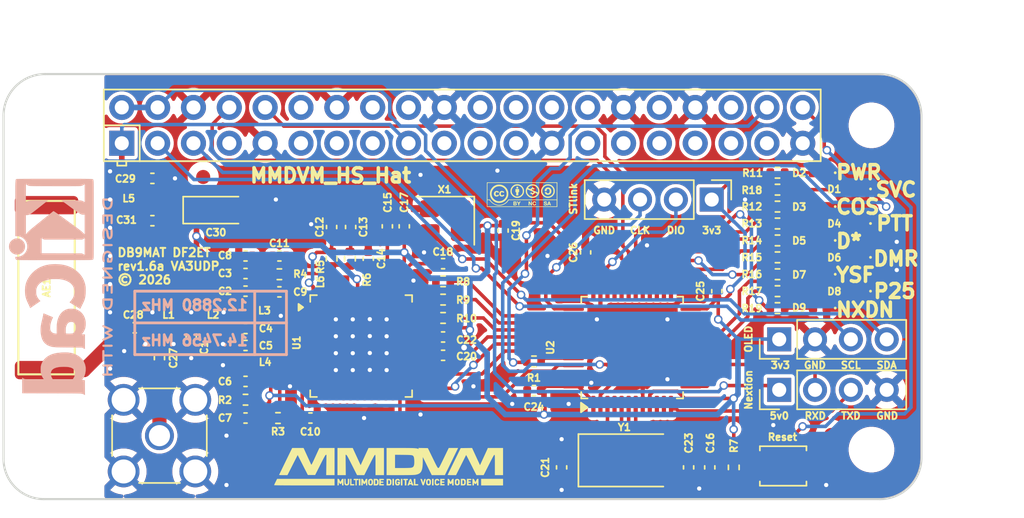
<source format=kicad_pcb>
(kicad_pcb (version 20241229) (generator "pcbnew") (generator_version "9.0")
  (title_block (title "MMDVM_HS_Hat") (date "2018-06-05") (rev "1.6") (company "DB9MAT+DF2ET"))
  (layers (0 "F.Cu" signal) (2 "B.Cu" signal) (13 "F.Paste" user) (15 "B.Paste" user) (5 "F.SilkS" user "F.Silkscreen") (7 "B.SilkS" user "B.Silkscreen") (1 "F.Mask" user) (3 "B.Mask" user) (25 "Edge.Cuts" user))
  (net 0 "")
  (net 1 "GND")
  (net 2 "Net-(C8-Pad1)")
  (net 3 "NRST")
  (net 4 "COS_LED")
  (net 5 "PTT_LED")
  (net 6 "DMR_LED")
  (net 7 "DSTAR_LED")
  (net 8 "P25_LED")
  (net 9 "YSF_LED")
  (net 10 "RF")
  (net 11 "SWDIO")
  (net 12 "TXD")
  (net 13 "RXD")
  (net 14 "DISP_TXD")
  (net 15 "DISP_RXD")
  (net 16 "BOOT0")
  (net 17 "CLKOUT")
  (net 18 "DATAIN")
  (net 19 "DATAOUT")
  (net 20 "SLE")
  (net 21 "SDATA")
  (net 22 "SREAD")
  (net 23 "SCLK")
  (net 24 "Net-(C1-Pad1)")
  (net 25 "Net-(C4-Pad2)")
  (net 26 "Net-(C13-Pad1)")
  (net 27 "CE")
  (net 28 "SWCLK")
  (net 29 "+5V")
  (net 30 "SERVICE")
  (net 31 "Net-(AE1-Pad1)")
  (net 32 "SCL")
  (net 33 "SDA")
  (net 34 "VDD")
  (net 35 "NXDN_LED")
  (net 37 "Net-(U1-RFOUT)")
  (net 38 "Net-(U1-RFIN)")
  (net 39 "Net-(U1-RFINB)")
  (net 40 "Net-(U1-CREG4)")
  (net 41 "Net-(U1-CVCO)")
  (net 42 "Net-(U1-CREG1)")
  (net 43 "Net-(U1-VCOIN)")
  (net 44 "Net-(U1-CPOUT)")
  (net 45 "Net-(U1-CREG3)")
  (net 46 "Net-(X1-RFout)")
  (net 47 "Net-(U1-OSC1)")
  (net 48 "Net-(U1-CREG2)")
  (net 49 "Net-(U2-PD0)")
  (net 50 "Net-(U2-PD1)")
  (net 51 "Net-(P3-In)")
  (net 52 "+3.3V")
  (net 53 "Net-(D1-A)")
  (net 54 "Net-(D2-A)")
  (net 55 "Net-(D3-A)")
  (net 56 "Net-(D4-A)")
  (net 57 "Net-(D5-A)")
  (net 58 "Net-(D6-A)")
  (net 59 "Net-(D7-A)")
  (net 60 "Net-(D8-A)")
  (net 61 "Net-(D9-A)")
  (net 62 "Net-(U1-L1)")
  (net 63 "Net-(U1-L2)")
  (net 80 "Net-(PI1-GPIO20{slash}MOSI1)")
  (net 87 "Net-(U1-RLNA)")
  (net 88 "Net-(U1-RSET)")
  (net 89 "Net-(U1-CLKOUT)")
  (net 90 "Net-(U1-TxRxCLK)")
  (net 91 "Net-(U1-TxRxDATA)")
  (footprint "Capacitor_SMD:C_0402_1005Metric" (layer "F.Cu") (at 168.75 124.15 -90)
    (property "Reference" "C1")
    (property "Value" "6p8")
  )
  (footprint "Capacitor_SMD:C_0402_1005Metric" (layer "F.Cu") (at 172.6 121)
    (property "Reference" "C2")
    (property "Value" "10n")
  )
  (footprint "Capacitor_SMD:C_0402_1005Metric" (layer "F.Cu") (at 172.6 119.75)
    (property "Reference" "C3")
    (property "Value" "220p")
  )
  (footprint "Capacitor_SMD:C_0402_1005Metric" (layer "F.Cu") (at 172.6 123.65 180)
    (property "Reference" "C4")
    (property "Value" "10p")
  )
  (footprint "Capacitor_SMD:C_0402_1005Metric" (layer "F.Cu") (at 172.6 124.85 180)
    (property "Reference" "C5")
    (property "Value" "4p7")
  )
  (footprint "Capacitor_SMD:C_0402_1005Metric" (layer "F.Cu") (at 172.6 127.4 180)
    (property "Reference" "C6")
    (property "Value" "6p8")
  )
  (footprint "Capacitor_SMD:C_0402_1005Metric" (layer "F.Cu") (at 172.6 130 180)
    (property "Reference" "C7")
    (property "Value" "10n")
  )
  (footprint "Capacitor_SMD:C_0402_1005Metric" (layer "F.Cu") (at 172.6 118.5 180)
    (property "Reference" "C8")
    (property "Value" "100n")
  )
  (footprint "Capacitor_SMD:C_0402_1005Metric" (layer "F.Cu") (at 175 121.05 180)
    (property "Reference" "C9")
    (property "Value" "10n")
  )
  (footprint "Capacitor_SMD:C_0402_1005Metric" (layer "F.Cu") (at 177.2 130)
    (property "Reference" "C10")
    (property "Value" "100n")
  )
  (footprint "Capacitor_SMD:C_0402_1005Metric" (layer "F.Cu") (at 175 118.5 180)
    (property "Reference" "C11")
    (property "Value" "22n")
  )
  (footprint "Capacitor_SMD:C_0402_1005Metric" (layer "F.Cu") (at 180.05 116.45 90)
    (property "Reference" "C13")
    (property "Value" "15n")
  )
  (footprint "Capacitor_SMD:C_0402_1005Metric" (layer "F.Cu") (at 181.3 118.7 90)
    (property "Reference" "C14")
    (property "Value" "1n")
  )
  (footprint "Capacitor_SMD:C_0402_1005Metric" (layer "F.Cu") (at 182.65 116.4 -90)
    (property "Reference" "C15")
    (property "Value" "100n")
  )
  (footprint "Capacitor_SMD:C_0402_1005Metric" (layer "F.Cu") (at 205.5 133.5 -90)
    (property "Reference" "C16")
    (property "Value" "100n")
  )
  (footprint "Capacitor_SMD:C_0402_1005Metric" (layer "F.Cu") (at 183.85 116.4 90)
    (property "Reference" "C17")
    (property "Value" "10n")
  )
  (footprint "Capacitor_SMD:C_0402_1005Metric" (layer "F.Cu") (at 186.6 119.05 180)
    (property "Reference" "C18")
    (property "Value" "22p")
  )
  (footprint "Capacitor_SMD:C_0402_1005Metric" (layer "F.Cu") (at 190.85 116.7 -90)
    (property "Reference" "C19")
    (property "Value" "10n")
  )
  (footprint "Capacitor_SMD:C_0402_1005Metric" (layer "F.Cu") (at 186.6 125.55 180)
    (property "Reference" "C20")
    (property "Value" "100n")
  )
  (footprint "Capacitor_SMD:C_0402_1005Metric" (layer "F.Cu") (at 195 133.5 90)
    (property "Reference" "C21")
    (property "Value" "20p")
  )
  (footprint "Capacitor_SMD:C_0402_1005Metric" (layer "F.Cu") (at 186.6 124.25 180)
    (property "Reference" "C22")
    (property "Value" "10n")
  )
  (footprint "Capacitor_SMD:C_0402_1005Metric" (layer "F.Cu") (at 204 133.5 90)
    (property "Reference" "C23")
    (property "Value" "20p")
  )
  (footprint "Capacitor_SMD:C_0402_1005Metric" (layer "F.Cu") (at 193.04 128.05 180)
    (property "Reference" "C24")
    (property "Value" "100n")
  )
  (footprint "Capacitor_SMD:C_0402_1005Metric" (layer "F.Cu") (at 206 121 90)
    (property "Reference" "C25")
    (property "Value" "100n")
  )
  (footprint "Capacitor_SMD:C_0402_1005Metric" (layer "F.Cu") (at 196.7 118.25 90)
    (property "Reference" "C26")
    (property "Value" "100n")
  )
  (footprint "LED_SMD:LED_0402_1005Metric" (layer "F.Cu") (at 215.8 113.75 180)
    (property "Reference" "D1")
    (property "Value" "red")
  )
  (footprint "LED_SMD:LED_0402_1005Metric" (layer "F.Cu") (at 213.3 112.6 180)
    (property "Reference" "D2")
    (property "Value" "green")
  )
  (footprint "LED_SMD:LED_0402_1005Metric" (layer "F.Cu") (at 213.3 115 180)
    (property "Reference" "D3")
    (property "Value" "yellow")
  )
  (footprint "LED_SMD:LED_0402_1005Metric" (layer "F.Cu") (at 215.8 116.2 180)
    (property "Reference" "D4")
    (property "Value" "red")
  )
  (footprint "LED_SMD:LED_0402_1005Metric" (layer "F.Cu") (at 213.3 117.4 180)
    (property "Reference" "D5")
    (property "Value" "green")
  )
  (footprint "LED_SMD:LED_0402_1005Metric" (layer "F.Cu") (at 215.8 118.6 180)
    (property "Reference" "D6")
    (property "Value" "yellow")
  )
  (footprint "LED_SMD:LED_0402_1005Metric" (layer "F.Cu") (at 213.3 119.8 180)
    (property "Reference" "D7")
    (property "Value" "amber")
  )
  (footprint "Connector_Coaxial:SMA_Amphenol_901-144_Vertical" (layer "F.Cu") (at 166.5 131.25)
    (property "Reference" "P3" (hide yes))
    (property "Value" "SMA")
  )
  (footprint "pizero:RPI-Zero-RASPBERRYPI_BASTELSTUBE_V13_RASPI_BOARD_B+_FULL" (layer "F.Cu") (at 155.4607 135.736941)
    (property "Reference" "PI1" (hide yes))
    (property "Value" "RPi_Zero" (hide yes))
  )
  (footprint "Resistor_SMD:R_0402_1005Metric" (layer "F.Cu") (at 193.04 125.984 180)
    (property "Reference" "R1")
    (property "Value" "10k")
  )
  (footprint "Resistor_SMD:R_0402_1005Metric" (layer "F.Cu") (at 172.6 128.7 180)
    (property "Reference" "R2")
    (property "Value" "1k1")
  )
  (footprint "Resistor_SMD:R_0402_1005Metric" (layer "F.Cu") (at 178.7 118.7 90)
    (property "Reference" "R5")
    (property "Value" "560")
  )
  (footprint "Resistor_SMD:R_0402_1005Metric" (layer "F.Cu") (at 180 118.7 90)
    (property "Reference" "R6")
    (property "Value" "270")
  )
  (footprint "Resistor_SMD:R_0402_1005Metric" (layer "F.Cu") (at 207.2 133.5 90)
    (property "Reference" "R7")
    (property "Value" "10k")
  )
  (footprint "Resistor_SMD:R_0402_1005Metric" (layer "F.Cu") (at 186.6 120.3 180)
    (property "Reference" "R8")
    (property "Value" "1k")
  )
  (footprint "Resistor_SMD:R_0402_1005Metric" (layer "F.Cu") (at 186.6 121.6 180)
    (property "Reference" "R9")
    (property "Value" "1k")
  )
  (footprint "Resistor_SMD:R_0402_1005Metric" (layer "F.Cu") (at 186.6 122.9 180)
    (property "Reference" "R10")
    (property "Value" "1k")
  )
  (footprint "Resistor_SMD:R_0402_1005Metric" (layer "F.Cu") (at 210.3 112.6 180)
    (property "Reference" "R11")
    (property "Value" "1k")
  )
  (footprint "Resistor_SMD:R_0402_1005Metric" (layer "F.Cu") (at 210.3 115 180)
    (property "Reference" "R12")
    (property "Value" "1k")
  )
  (footprint "Resistor_SMD:R_0402_1005Metric" (layer "F.Cu") (at 210.3 116.2 180)
    (property "Reference" "R13")
    (property "Value" "1k")
  )
  (footprint "Resistor_SMD:R_0402_1005Metric" (layer "F.Cu") (at 210.3 117.4 180)
    (property "Reference" "R14")
    (property "Value" "1k")
  )
  (footprint "Resistor_SMD:R_0402_1005Metric" (layer "F.Cu") (at 210.3 118.6 180)
    (property "Reference" "R15")
    (property "Value" "1k")
  )
  (footprint "Resistor_SMD:R_0402_1005Metric" (layer "F.Cu") (at 210.3 119.8 180)
    (property "Reference" "R16")
    (property "Value" "1k")
  )
  (footprint "Resistor_SMD:R_0402_1005Metric" (layer "F.Cu") (at 210.3 121 180)
    (property "Reference" "R17")
    (property "Value" "1k")
  )
  (footprint "Resistor_SMD:R_0402_1005Metric" (layer "F.Cu") (at 210.3 113.8)
    (property "Reference" "R18")
    (property "Value" "1k")
  )
  (footprint "Button_Switch_SMD:SW_SPST_B3U-1000P" (layer "F.Cu") (at 210.7 133.4)
    (property "Reference" "SW1" (hide yes))
    (property "Value" "DNI")
  )
  (footprint "Package_DFN_QFN:QFN-48-1EP_7x7mm_P0.5mm_EP5.1x5.1mm" (layer "F.Cu") (at 180.79375 124.89375)
    (property "Reference" "U1")
    (property "Value" "ADF7021")
  )
  (footprint "Package_QFP:LQFP-48_7x7mm_P0.5mm" (layer "F.Cu") (at 200 125 90)
    (property "Reference" "U2")
    (property "Value" "STM32F103C8T6")
  )
  (footprint "Crystal:Crystal_SMD_3225-4Pin_3.2x2.5mm" (layer "F.Cu") (at 186.75 116 180)
    (property "Reference" "X1")
    (property "Value" "TCXO")
  )
  (footprint "Crystal:Crystal_SMD_Abracon_ABM3-2Pin_5.0x3.2mm" (layer "F.Cu") (at 199.45 133)
    (property "Reference" "Y1")
    (property "Value" "8MHz")
  )
  (footprint "LED_SMD:LED_0402_1005Metric" (layer "F.Cu") (at 215.8 121 180)
    (property "Reference" "D8")
    (property "Value" "red")
  )
  (footprint "Resistor_SMD:R_0402_1005Metric" (layer "F.Cu") (at 174.9 130)
    (property "Reference" "R3")
    (property "Value" "3k8")
  )
  (footprint "Resistor_SMD:R_0402_1005Metric" (layer "F.Cu") (at 175 119.8 180)
    (property "Reference" "R4")
    (property "Value" "3r9")
  )
  (footprint "Connector_PinHeader_2.54mm:PinHeader_1x04_P2.54mm_Vertical" (layer "F.Cu") (at 210.42 124.4186 90)
    (property "Reference" "P1")
    (property "Value" "I2C")
  )
  (footprint "Connector_PinHeader_2.54mm:PinHeader_1x04_P2.54mm_Vertical" (layer "F.Cu") (at 210.42 128 90)
    (property "Reference" "P2")
    (property "Value" "DISPLAY")
  )
  (footprint "Connector_PinHeader_2.54mm:PinHeader_1x04_P2.54mm_Vertical" (layer "F.Cu") (at 205.6384 114.5032 -90)
    (property "Reference" "P4" (hide yes))
    (property "Value" "STLINK")
  )
  (footprint "MMDVM:ANT1204" (layer "F.Cu") (at 158.5 120.75 90)
    (property "Reference" "AE1")
    (property "Value" "CERAMIC_ANTENNA")
  )
  (footprint "Capacitor_SMD:C_0402_1005Metric" (layer "F.Cu") (at 166 113)
    (property "Reference" "C29")
    (property "Value" "100n")
  )
  (footprint "Capacitor_Tantalum_SMD:CP_EIA-3216-18_Kemet-A" (layer "F.Cu") (at 170.5 115.25)
    (property "Reference" "C30")
    (property "Value" "10u/10V")
  )
  (footprint "Capacitor_SMD:C_0402_1005Metric" (layer "F.Cu") (at 166 116 180)
    (property "Reference" "C31")
    (property "Value" "10u")
  )
  (footprint "Inductor_SMD:L_0402_1005Metric" (layer "F.Cu") (at 166 114.5)
    (property "Reference" "L5")
    (property "Value" "10u")
  )
  (footprint "Capacitor_SMD:C_0402_1005Metric" (layer "F.Cu") (at 166.5 125.75 90)
    (property "Reference" "C27")
    (property "Value" "100n")
  )
  (footprint "Capacitor_SMD:C_0402_1005Metric" (layer "F.Cu") (at 164.75 123.6 180)
    (property "Reference" "C28")
    (property "Value" "100n")
  )
  (footprint "Inductor_SMD:L_0402_1005Metric" (layer "F.Cu") (at 167.15 123.6)
    (property "Reference" "L1")
    (property "Value" "22n")
  )
  (footprint "Inductor_SMD:L_0402_1005Metric" (layer "F.Cu") (at 170.3 123.6)
    (property "Reference" "L2")
    (property "Value" "20n")
  )
  (footprint "Inductor_SMD:L_0402_1005Metric" (layer "F.Cu") (at 172.6 122.35 180)
    (property "Reference" "L3")
    (property "Value" "13n")
  )
  (footprint "Inductor_SMD:L_0402_1005Metric" (layer "F.Cu") (at 172.6 126.0492)
    (property "Reference" "L4")
    (property "Value" "27n")
  )
  (footprint "LED_SMD:LED_0402_1005Metric" (layer "F.Cu") (at 213.3 122.2 180)
    (property "Reference" "D9")
    (property "Value" "blue")
  )
  (footprint "Resistor_SMD:R_0402_1005Metric" (layer "F.Cu") (at 210.3 122.2 180)
    (property "Reference" "R19")
    (property "Value" "1k")
  )
  (footprint "Capacitor_SMD:C_0402_1005Metric" (layer "F.Cu") (at 178.7 116.45 90)
    (property "Reference" "C12")
    (property "Value" "470p")
  )
  (footprint "Inductor_SMD:L_0402_1005Metric" (layer "F.Cu") (at 179.1716 120.2)
    (property "Reference" "L6")
    (property "Value" "18n")
  )
  (footprint "MMDVM:Logo_silk_CC-BY-NC-SA_5x2mm" (layer "F.Cu") (at 192.2 114.15)
    (property "Reference" "G***" (hide yes))
    (property "Value" "LOGO" (hide yes))
  )
  (footprint "Fiducial:Fiducial_1mm_Mask2mm" (layer "F.Cu") (at 169.6 112.9)
    (property "Reference" "REF**" (hide yes))
    (property "Value" "Fiducial_1mm_Mask2mm")
  )
  (footprint "MMDVM:MMDVM_logo" (layer "F.Cu") (at 182.7276 133.4516)
    (property "Reference" "G***" (hide yes))
    (property "Value" "LOGO" (hide yes))
  )
  (footprint "Fiducial:Fiducial_1mm_Mask2mm" (layer "F.Cu") (at 214.1 131.2)
    (property "Reference" "REF**" (hide yes))
    (property "Value" "Fiducial_1mm_Mask2mm")
  )
  (footprint "Symbol:KiCad-Logo2_6mm_SilkScreen" (layer "B.Cu") (at 158.816848 120.692514 -90)
    (property "Reference" "REF**" (hide yes))
    (property "Value" "KiCad-Logo2_6mm_SilkScreen" (hide yes))
  )
  (gr_line (start 164.75 121) (end 164.75 125.5) (stroke (width 0.2)) (layer "B.SilkS"))
  (gr_line (start 175.5 123.25) (end 164.75 123.25) (stroke (width 0.2)) (layer "B.SilkS"))
  (gr_line (start 164.75 125.5) (end 175.5 125.5) (stroke (width 0.2)) (layer "B.SilkS"))
  (gr_line (start 175.5 121) (end 175.5 125.5) (stroke (width 0.2)) (layer "B.SilkS"))
  (gr_line (start 173.25 121) (end 173.25 125.5) (stroke (width 0.2)) (layer "B.SilkS"))
  (gr_line (start 164.75 121) (end 175.5 121) (stroke (width 0.2)) (layer "B.SilkS"))
  (gr_line (start 158.4 105.6) (end 217.5 105.6) (stroke (width 0.15)) (layer "Edge.Cuts"))
  (gr_line (start 217.55 135.75) (end 158.3 135.75) (stroke (width 0.15)) (layer "Edge.Cuts"))
  (gr_arc (start 220.5 132.9) (mid 219.601503 134.922224) (end 217.55 135.751694) (stroke (width 0.15)) (layer "Edge.Cuts"))
  (gr_arc (start 155.45 108.55) (mid 156.314035 106.464035) (end 158.4 105.6) (stroke (width 0.15)) (layer "Edge.Cuts"))
  (gr_line (start 155.45 132.9) (end 155.45 108.55) (stroke (width 0.15)) (layer "Edge.Cuts"))
  (gr_line (start 220.5 108.6) (end 220.5 132.9) (stroke (width 0.15)) (layer "Edge.Cuts"))
  (gr_arc (start 217.5 105.6) (mid 219.62132 106.47868) (end 220.5 108.6) (stroke (width 0.15)) (layer "Edge.Cuts"))
  (gr_arc (start 158.3 135.75) (mid 156.284746 134.915254) (end 155.45 132.9) (stroke (width 0.15)) (layer "Edge.Cuts"))
  (gr_text "PTT" (at 218.6 116.2 0) (layer "F.SilkS") (effects (font (size 1 1) (thickness 0.25))))
  (gr_text "D*" (at 215.366743 117.45 0) (layer "F.SilkS") (effects (font (size 1 1) (thickness 0.25))))
  (gr_text "DMR" (at 218.7 118.7 0) (layer "F.SilkS") (effects (font (size 1 1) (thickness 0.25))))
  (gr_text "P25" (at 218.6 121 0) (layer "F.SilkS") (effects (font (size 1 1) (thickness 0.25))))
  (gr_text "YSF" (at 215.819124 119.85 0) (layer "F.SilkS") (effects (font (size 1 1) (thickness 0.25))))
  (gr_text "DB9MAT DF2ET\nrev1.6a VA3UDP\n© 2026" (at 163.45 119.2276 0) (layer "F.SilkS") (effects (font (size 0.6 0.6) (thickness 0.14)) (justify left)))
  (gr_text "MMDVM_HS_Hat" (at 172.8 112.8 0) (layer "F.SilkS") (effects (font (size 1 1) (thickness 0.25)) (justify left)))
  (gr_text "5v0" (at 210.425 129.8448 0) (layer "F.SilkS") (effects (font (size 0.5 0.5) (thickness 0.125))))
  (gr_text "DIO" (at 203.0984 116.6876 0) (layer "F.SilkS") (effects (font (size 0.5 0.5) (thickness 0.125))))
  (gr_text "GND" (at 212.9536 126.25 0) (layer "F.SilkS") (effects (font (size 0.5 0.5) (thickness 0.125))))
  (gr_text "GND" (at 198.0184 116.6876 0) (layer "F.SilkS") (effects (font (size 0.5 0.5) (thickness 0.125))))
  (gr_text "TXD" (at 215.5 129.8448 0) (layer "F.SilkS") (effects (font (size 0.5 0.5) (thickness 0.125))))
  (gr_text "STlink" (at 195.834 114.4524 90) (layer "F.SilkS") (effects (font (size 0.5 0.5) (thickness 0.125))))
  (gr_text "Reset" (at 210.65 131.35 0) (layer "F.SilkS") (effects (font (size 0.5 0.5) (thickness 0.125))))
  (gr_text "Nextion" (at 208.25 128 90) (layer "F.SilkS") (effects (font (size 0.5 0.5) (thickness 0.125))))
  (gr_text "3v3" (at 205.6384 116.6876 0) (layer "F.SilkS") (effects (font (size 0.5 0.5) (thickness 0.125))))
  (gr_text "GND" (at 218.075 129.8448 0) (layer "F.SilkS") (effects (font (size 0.5 0.5) (thickness 0.125))))
  (gr_text "PWR" (at 216.057219 112.5728 0) (layer "F.SilkS") (effects (font (size 1 1) (thickness 0.25))))
  (gr_text "OLED" (at 208.25 124.4 90) (layer "F.SilkS") (effects (font (size 0.5 0.5) (thickness 0.125))))
  (gr_text "CLK" (at 200.5584 116.6876 0) (layer "F.SilkS") (effects (font (size 0.5 0.5) (thickness 0.125))))
  (gr_text "SVC" (at 218.7 113.8 0) (layer "F.SilkS") (effects (font (size 1 1) (thickness 0.25))))
  (gr_text "3v3" (at 210.5 126.25 0) (layer "F.SilkS") (effects (font (size 0.5 0.5) (thickness 0.125))))
  (gr_text "SCL" (at 215.4936 126.25 0) (layer "F.SilkS") (effects (font (size 0.5 0.5) (thickness 0.125))))
  (gr_text "NXDN" (at 216.5096 122.3264 0) (layer "F.SilkS") (effects (font (size 1 1) (thickness 0.25))))
  (gr_text "RXD" (at 212.975 129.8448 0) (layer "F.SilkS") (effects (font (size 0.5 0.5) (thickness 0.125))))
  (gr_text "COS" (at 215.985791 115.025 0) (layer "F.SilkS") (effects (font (size 1 1) (thickness 0.25))))
  (gr_text "SDA" (at 218.0336 126.25 0) (layer "F.SilkS") (effects (font (size 0.5 0.5) (thickness 0.125))))
  (gr_text "14.7456 MHz" (at 169 124.5 0) (layer "B.SilkS") (effects (font (size 0.75 0.75) (thickness 0.1875)) (justify mirror)))
  (gr_text "12.2880 MHz" (at 169 122 0) (layer "B.SilkS") (effects (font (size 0.75 0.75) (thickness 0.1875)) (justify mirror)))
  (segment (start 203.371 124.25) (end 204.35 124.25) (width 0.25) (layer "F.Cu") (net 1))
  (segment (start 196.75 127.25) (end 197 127.5) (width 0.25) (layer "F.Cu") (net 1))
  (segment (start 177.39375 124.14375) (end 178.75625 124.14375) (width 0.25) (layer "F.Cu") (net 1))
  (segment (start 178.54375 122.64375) (end 178.8625 122.9625) (width 0.25) (layer "F.Cu") (net 1))
  (segment (start 172.05 118.65) (end 173.15 119.75) (width 0.25) (layer "F.Cu") (net 1))
  (segment (start 178.093749 127.593751) (end 178.8625 126.825) (width 0.25) (layer "F.Cu") (net 1))
  (segment (start 175.8 129.55) (end 175.35 130) (width 0.25) (layer "F.Cu") (net 1))
  (segment (start 203.099 122.006822) (end 203.099 122.493178) (width 0.25) (layer "F.Cu") (net 1))
  (segment (start 187.15 125.55) (end 187.537 125.55) (width 0.25) (layer "F.Cu") (net 1))
  (segment (start 192.79 127.25) (end 192.49 127.55) (width 0.25) (layer "F.Cu") (net 1))
  (segment (start 203.355822 124.25) (end 204.1625 124.25) (width 0.25) (layer "F.Cu") (net 1))
  (segment (start 187.537 125.55) (end 188.087 125) (width 0.25) (layer "F.Cu") (net 1))
  (segment (start 204.35 122.75) (end 203.386 122.75) (width 0.25) (layer "F.Cu") (net 1))
  (segment (start 197.75 120.65) (end 197.75 119.9) (width 0.25) (layer "F.Cu") (net 1))
  (segment (start 195.65 127.25) (end 192.79 127.25) (width 0.25) (layer "F.Cu") (net 1))
  (segment (start 175.8 127.8) (end 175.8 129.55) (width 0.25) (layer "F.Cu") (net 1))
  (segment (start 177.806249 127.593751) (end 178.093749 127.593751) (width 0.25) (layer "F.Cu") (net 1))
  (segment (start 172.05 118.5) (end 172.05 118.65) (width 0.25) (layer "F.Cu") (net 1))
  (segment (start 200.75 127.45) (end 200.75 129.35) (width 0.25) (layer "F.Cu") (net 1))
  (segment (start 182.83125 125.64375) (end 182.725 125.5375) (width 0.25) (layer "F.Cu") (net 1))
  (segment (start 203.073 123.967178) (end 203.355822 124.25) (width 0.25) (layer "F.Cu") (net 1))
  (segment (start 192.49 127.55) (end 192.49 128.05) (width 0.25) (layer "F.Cu") (net 1))
  (segment (start 204.35 122.75) (end 203.45 122.75) (width 0.25) (layer "F.Cu") (net 1))
  (segment (start 197.75 119.9) (end 197.70001 119.85001) (width 0.25) (layer "F.Cu") (net 1))
  (segment (start 184.19375 125.64375) (end 182.83125 125.64375) (width 0.25) (layer "F.Cu") (net 1))
  (segment (start 187.15 125.55) (end 187.15 124.15) (width 0.25) (layer "F.Cu") (net 1))
  (segment (start 203.355822 122.75) (end 203.073 123.032822) (width 0.25) (layer "F.Cu") (net 1))
  (segment (start 203.355822 122.75) (end 203.386 122.75) (width 0.25) (layer "F.Cu") (net 1))
  (segment (start 178.85625 124.44375) (end 178.9625 124.55) (width 0.25) (layer "F.Cu") (net 1))
  (segment (start 182.54375 127.00625) (end 182.725 126.825) (width 0.25) (layer "F.Cu") (net 1))
  (segment (start 177.75625 127.64375) (end 177.806249 127.593751) (width 0.25) (layer "F.Cu") (net 1))
  (segment (start 202.5 127.25) (end 200.95 127.25) (width 0.25) (layer "F.Cu") (net 1))
  (segment (start 200.95 127.25) (end 200.75 127.45) (width 0.25) (layer "F.Cu") (net 1))
  (segment (start 197.70001 119.85001) (end 197.70001 117.90001) (width 0.25) (layer "F.Cu") (net 1))
  (segment (start 204.655822 120.45) (end 203.099 122.006822) (width 0.25) (layer "F.Cu") (net 1))
  (segment (start 203.099 122.493178) (end 203.355822 122.75) (width 0.25) (layer "F.Cu") (net 1))
  (segment (start 179.54375 121.49375) (end 179.54375 122.35625) (width 0.25) (layer "F.Cu") (net 1))
  (segment (start 197.5 117.7) (end 196.7 117.7) (width 0.25) (layer "F.Cu") (net 1))
  (segment (start 179.54375 122.35625) (end 180.15 122.9625) (width 0.25) (layer "F.Cu") (net 1))
  (segment (start 182.54375 128.29375) (end 182.54375 127.00625) (width 0.25) (layer "F.Cu") (net 1))
  (segment (start 197.70001 117.90001) (end 197.5 117.7) (width 0.25) (layer "F.Cu") (net 1))
  (segment (start 206 120.45) (end 204.655822 120.45) (width 0.25) (layer "F.Cu") (net 1))
  (segment (start 177.39375 127.64375) (end 177.75625 127.64375) (width 0.25) (layer "F.Cu") (net 1))
  (segment (start 181.04375 128.29375) (end 181.04375 127.21875) (width 0.25) (layer "F.Cu") (net 1))
  (segment (start 181.04375 127.21875) (end 181.4375 126.825) (width 0.25) (layer "F.Cu") (net 1))
  (segment (start 195.65 127.25) (end 196.75 127.25) (width 0.25) (layer "F.Cu") (net 1))
  (segment (start 203.073 123.032822) (end 203.073 123.967178) (width 0.25) (layer "F.Cu") (net 1))
  (segment (start 178.54375 121.49375) (end 178.54375 122.64375) (width 0.25) (layer "F.Cu") (net 1))
  (via (at 195 131.5) (size 0.6) (drill 0.3) (layers "F.Cu" "B.Cu") (net 1))
  (via (at 181.4068 125.3868) (size 0.6) (drill 0.3) (layers "F.Cu" "B.Cu") (net 1))
  (via (at 181.4068 122.9868) (size 0.6) (drill 0.3) (layers "F.Cu" "B.Cu") (net 1))
  (via (at 163 126.5) (size 0.6) (drill 0.3) (layers "F.Cu" "B.Cu") (net 1))
  (via (at 190.45 112.45) (size 0.6) (drill 0.3) (layers "F.Cu" "B.Cu") (net 1))
  (via (at 197.5 123) (size 0.6) (drill 0.3) (layers "F.Cu" "B.Cu") (net 1))
  (via (at 171.25 134.75) (size 0.6) (drill 0.3) (layers "F.Cu" "B.Cu") (net 1))
  (via (at 195 135.1) (size 0.6) (drill 0.3) (layers "F.Cu" "B.Cu") (net 1))
  (via (at 163 122.5) (size 0.6) (drill 0.3) (layers "F.Cu" "B.Cu") (net 1))
  (via (at 168.75 125.75) (size 0.6) (drill 0.3) (layers "F.Cu" "B.Cu") (net 1))
  (via (at 163 120.5) (size 0.6) (drill 0.3) (layers "F.Cu" "B.Cu") (net 1))
  (via (at 180.2 123) (size 0.6) (drill 0.3) (layers "F.Cu" "B.Cu") (net 1))
  (via (at 181 130) (size 0.6) (drill 0.3) (layers "F.Cu" "B.Cu") (net 1))
  (via (at 180.2 126.6) (size 0.6) (drill 0.3) (layers "F.Cu" "B.Cu") (net 1))
  (via (at 171.05 122.5) (size 0.6) (drill 0.3) (layers "F.Cu" "B.Cu") (net 1))
  (via (at 213.75 134.75) (size 0.6) (drill 0.3) (layers "F.Cu" "B.Cu") (net 1))
  (via (at 163 112.5) (size 0.6) (drill 0.3) (layers "F.Cu" "B.Cu") (net 1))
  (via (at 171 124.75) (size 0.6) (drill 0.3) (layers "F.Cu" "B.Cu") (net 1))
  (via (at 185 112.75) (size 0.6) (drill 0.3) (layers "F.Cu" "B.Cu") (net 1))
  (via (at 166 122.5) (size 0.6) (drill 0.3) (layers "F.Cu" "B.Cu") (net 1))
  (via (at 164 125.25) (size 0.6) (drill 0.3) (layers "F.Cu" "B.Cu") (net 1))
  (via (at 171.25 131.25) (size 0.6) (drill 0.3) (layers "F.Cu" "B.Cu") (net 1))
  (via (at 208 114.5) (size 0.6) (drill 0.3) (layers "F.Cu" "B.Cu") (net 1))
  (via (at 163 118.5) (size 0.6) (drill 0.3) (layers "F.Cu" "B.Cu") (net 1))
  (via (at 179 125.4) (size 0.6) (drill 0.3) (layers "F.Cu" "B.Cu") (net 1))
  (via (at 194 118.5) (size 0.6) (drill 0.3) (layers "F.Cu" "B.Cu") (net 1))
  (via (at 175.1 122.75) (size 0.6) (drill 0.3) (layers "F.Cu" "B.Cu") (net 1))
  (via (at 165.5 124.75) (size 0.6) (drill 0.3) (layers "F.Cu" "B.Cu") (net 1))
  (via (at 179 126.6) (size 0.6) (drill 0.3) (layers "F.Cu" "B.Cu") (net 1))
  (via (at 201.05 117.75) (size 0.6) (drill 0.3) (layers "F.Cu" "B.Cu") (net 1))
  (via (at 182.6 126.6) (size 0.6) (drill 0.3) (layers "F.Cu" "B.Cu") (net 1))
  (via (at 175.75 127.75) (size 0.6) (drill 0.3) (layers "F.Cu" "B.Cu") (net 1))
  (via (at 179 124.2) (size 0.6) (drill 0.3) (layers "F.Cu" "B.Cu") (net 1))
  (via (at 191.5 129) (size 0.6) (drill 0.3) (layers "F.Cu" "B.Cu") (net 1))
  (via (at 177.25 116.25) (size 0.6) (drill 0.3) (layers "F.Cu" "B.Cu") (net 1))
  (via (at 163 114.5) (size 0.6) (drill 0.3) (layers "F.Cu" "B.Cu") (net 1))
  (via (at 185.25 118.25) (size 0.6) (drill 0.3) (layers "F.Cu" "B.Cu") (net 1))
  (via (at 167.6 113) (size 0.6) (drill 0.3) (layers "F.Cu" "B.Cu") (net 1))
  (via (at 195.5 129) (size 0.6) (drill 0.3) (layers "F.Cu" "B.Cu") (net 1))
  (via (at 168.75 122.5) (size 0.6) (drill 0.3) (layers "F.Cu" "B.Cu") (net 1))
  (via (at 179 123) (size 0.6) (drill 0.3) (layers "F.Cu" "B.Cu") (net 1))
  (via (at 182.6 125.4) (size 0.6) (drill 0.3) (layers "F.Cu" "B.Cu") (net 1))
  (via (at 181.4068 124.1868) (size 0.6) (drill 0.3) (layers "F.Cu" "B.Cu") (net 1))
  (via (at 218.75 117.5) (size 0.6) (drill 0.3) (layers "F.Cu" "B.Cu") (net 1))
  (via (at 204.75 135) (size 0.6) (drill 0.3) (layers "F.Cu" "B.Cu") (net 1))
  (via (at 182.6 124.2) (size 0.6) (drill 0.3) (layers "F.Cu" "B.Cu") (net 1))
  (via (at 182.6 123) (size 0.6) (drill 0.3) (layers "F.Cu" "B.Cu") (net 1))
  (via (at 180.2 125.4) (size 0.6) (drill 0.3) (layers "F.Cu" "B.Cu") (net 1))
  (via (at 202.5 127.25) (size 0.6) (drill 0.3) (layers "F.Cu" "B.Cu") (net 1))
  (via (at 181.4068 126.5868) (size 0.6) (drill 0.3) (layers "F.Cu" "B.Cu") (net 1))
  (via (at 188.75 127.75) (size 0.6) (drill 0.3) (layers "F.Cu" "B.Cu") (net 1))
  (via (at 197.104 127.5) (size 0.6) (drill 0.3) (layers "F.Cu" "B.Cu") (net 1))
  (via (at 167.5 124.75) (size 0.6) (drill 0.3) (layers "F.Cu" "B.Cu") (net 1))
  (via (at 188.087 125) (size 0.6) (drill 0.4) (layers "F.Cu" "B.Cu") (net 1))
  (via (at 210 130.5) (size 0.6) (drill 0.3) (layers "F.Cu" "B.Cu") (net 1))
  (via (at 184.5 120.25) (size 0.6) (drill 0.3) (layers "F.Cu" "B.Cu") (net 1))
  (via (at 174.75 114.5) (size 0.6) (drill 0.3) (layers "F.Cu" "B.Cu") (net 1))
  (via (at 180.2 124.2) (size 0.6) (drill 0.3) (layers "F.Cu" "B.Cu") (net 1))
  (via (at 171 126.25) (size 0.6) (drill 0.3) (layers "F.Cu" "B.Cu") (net 1))
  (via (at 185 129.75) (size 0.6) (drill 0.3) (layers "F.Cu" "B.Cu") (net 1))
  (via (at 218.75 119.5) (size 0.6) (drill 0.3) (layers "F.Cu" "B.Cu") (net 1))
  (via (at 163 116.5) (size 0.6) (drill 0.3) (layers "F.Cu" "B.Cu") (net 1))
  (via (at 202.5 123) (size 0.6) (drill 0.3) (layers "F.Cu" "B.Cu") (net 1))
  (segment (start 174.4 119.75) (end 173.15 118.5) (width 0.25) (layer "F.Cu") (net 2))
  (segment (start 174.55 119.75) (end 174.4 119.75) (width 0.25) (layer "F.Cu") (net 2))
  (segment (start 213.61144 109.488561) (end 212.09 107.967121) (width 0.25) (layer "F.Cu") (net 3))
  (segment (start 213.61144 110.81144) (end 213.8 111) (width 0.25) (layer "F.Cu") (net 3))
  (segment (start 209.2714 133.4) (end 212.0773 130.5941) (width 0.25) (layer "F.Cu") (net 3))
  (segment (start 209.2714 133.4) (end 209 133.4) (width 0.25) (layer "F.Cu") (net 3))
  (segment (start 200.25 129.35) (end 200.25 130.25) (width 0.25) (layer "F.Cu") (net 3))
  (segment (start 205.5 132.95) (end 206.5 133.95) (width 0.25) (layer "F.Cu") (net 3))
  (segment (start 201.474999 131.474999) (end 204.074999 131.474999) (width 0.25) (layer "F.Cu") (net 3))
  (segment (start 204.074999 131.474999) (end 205.5 132.9) (width 0.25) (layer "F.Cu") (net 3))
  (segment (start 205.5 132.9) (end 205.5 132.95) (width 0.25) (layer "F.Cu") (net 3))
  (segment (start 206.5 133.95) (end 207.2 133.95) (width 0.25) (layer "F.Cu") (net 3))
  (segment (start 209 133.4) (end 208.45 133.95) (width 0.25) (layer "F.Cu") (net 3))
  (segment (start 208.45 133.95) (end 207.2 133.95) (width 0.25) (layer "F.Cu") (net 3))
  (segment (start 213.61144 110.81144) (end 213.61144 109.488561) (width 0.25) (layer "F.Cu") (net 3))
  (segment (start 200.25 130.25) (end 201.474999 131.474999) (width 0.25) (layer "F.Cu") (net 3))
  (via (at 213.8 111) (size 0.6) (drill 0.4) (layers "F.Cu" "B.Cu") (net 3))
  (via (at 212.0773 130.5941) (size 0.6) (drill 0.4) (layers "F.Cu" "B.Cu") (net 3))
  (segment (start 213.7059 130.5941) (end 214.6 129.7) (width 0.25) (layer "B.Cu") (net 3))
  (segment (start 214.6 129.7) (end 219.3 129.7) (width 0.25) (layer "B.Cu") (net 3))
  (segment (start 219.3 129.7) (end 219.7608 129.2392) (width 0.25) (layer "B.Cu") (net 3))
  (segment (start 219.7608 115.062) (end 218.8 114.1012) (width 0.25) (layer "B.Cu") (net 3))
  (segment (start 217.3 112.6) (end 215.4 112.6) (width 0.25) (layer "B.Cu") (net 3))
  (segment (start 219.7608 129.2392) (end 219.7608 115.062) (width 0.25) (layer "B.Cu") (net 3))
  (segment (start 218.8 114.1012) (end 218.8 114.1) (width 0.25) (layer "B.Cu") (net 3))
  (segment (start 218.8 114.1) (end 217.3 112.6) (width 0.25) (layer "B.Cu") (net 3))
  (segment (start 212.0773 130.5941) (end 213.7059 130.5941) (width 0.25) (layer "B.Cu") (net 3))
  (segment (start 215.4 112.6) (end 213.8 111) (width 0.25) (layer "B.Cu") (net 3))
  (segment (start 201.25 119.413602) (end 202.963602 117.7) (width 0.25) (layer "F.Cu") (net 4))
  (segment (start 202.963602 117.7) (end 206.227204 117.7) (width 0.25) (layer "F.Cu") (net 4))
  (segment (start 206.227204 117.7) (end 207.127204 116.8) (width 0.25) (layer "F.Cu") (net 4))
  (segment (start 207.127204 116.8) (end 208.05 116.8) (width 0.25) (layer "F.Cu") (net 4))
  (segment (start 208.05 116.8) (end 209.85 115) (width 0.25) (layer "F.Cu") (net 4))
  (segment (start 201.25 120.65) (end 201.25 119.413602) (width 0.25) (layer "F.Cu") (net 4))
  (segment (start 201.75 119.55) (end 203.1 118.2) (width 0.25) (layer "F.Cu") (net 5))
  (segment (start 203.1 118.2) (end 206.363602 118.2) (width 0.25) (layer "F.Cu") (net 5))
  (segment (start 206.363602 118.2) (end 207.263602 117.3) (width 0.25) (layer "F.Cu") (net 5))
  (segment (start 207.263602 117.3) (end 208.75 117.3) (width 0.25) (layer "F.Cu") (net 5))
  (segment (start 208.75 117.3) (end 209.85 116.2) (width 0.25) (layer "F.Cu") (net 5))
  (segment (start 201.75 120.65) (end 201.75 119.55) (width 0.25) (layer "F.Cu") (net 5))
  (segment (start 208.175 119.825) (end 207.1 119.825) (width 0.25) (layer "F.Cu") (net 6))
  (segment (start 209.85 118.6) (end 209.4 118.6) (width 0.25) (layer "F.Cu") (net 6))
  (segment (start 209.4 118.6) (end 208.175 119.825) (width 0.25) (layer "F.Cu") (net 6))
  (segment (start 204.7 118.825) (end 203.175 118.825) (width 0.25) (layer "F.Cu") (net 6))
  (segment (start 202.25 120.65) (end 202.25 119.75) (width 0.25) (layer "F.Cu") (net 6))
  (segment (start 203.175 118.825) (end 202.25 119.75) (width 0.25) (layer "F.Cu") (net 6))
  (via (at 204.7 118.825) (size 0.6) (drill 0.4) (layers "F.Cu" "B.Cu") (net 6))
  (via (at 207.1 119.825) (size 0.6) (drill 0.4) (layers "F.Cu" "B.Cu") (net 6))
  (segment (start 207.1 119.825) (end 205.7 119.825) (width 0.25) (layer "B.Cu") (net 6))
  (segment (start 205.7 119.825) (end 204.7 118.825) (width 0.25) (layer "B.Cu") (net 6))
  (segment (start 202.75 119.88641) (end 202.75 119.95) (width 0.25) (layer "F.Cu") (net 7))
  (segment (start 207.7 118.15) (end 206.399999 119.450001) (width 0.25) (layer "F.Cu") (net 7))
  (segment (start 209.85 117.4) (end 209.28641 117.4) (width 0.25) (layer "F.Cu") (net 7))
  (segment (start 209.28641 117.4) (end 208.53641 118.15) (width 0.25) (layer "F.Cu") (net 7))
  (segment (start 206.399999 119.450001) (end 203.186409 119.450001) (width 0.25) (layer "F.Cu") (net 7))
  (segment (start 203.186409 119.450001) (end 202.75 119.88641) (width 0.25) (layer "F.Cu") (net 7))
  (segment (start 208.53641 118.15) (end 207.7 118.15) (width 0.25) (layer "F.Cu") (net 7))
  (segment (start 202.75 119.95) (end 202.75 120.65) (width 0.25) (layer "F.Cu") (net 7))
  (segment (start 205.75 125.25) (end 208.2 122.8) (width 0.25) (layer "F.Cu") (net 8))
  (segment (start 208.2 122.8) (end 208.2 121.5) (width 0.25) (layer "F.Cu") (net 8))
  (segment (start 208.2 121.5) (end 208.7 121) (width 0.25) (layer "F.Cu") (net 8))
  (segment (start 208.7 121) (end 209.85 121) (width 0.25) (layer "F.Cu") (net 8))
  (segment (start 204.35 125.25) (end 205.75 125.25) (width 0.25) (layer "F.Cu") (net 8))
  (segment (start 205.45 124.75) (end 207.6 122.6) (width 0.25) (layer "F.Cu") (net 9))
  (segment (start 207.6 122.6) (end 207.6 121) (width 0.25) (layer "F.Cu") (net 9))
  (segment (start 207.6 121) (end 208.3 120.3) (width 0.25) (layer "F.Cu") (net 9))
  (segment (start 208.3 120.3) (end 209.35 120.3) (width 0.25) (layer "F.Cu") (net 9))
  (segment (start 209.35 120.3) (end 209.85 119.8) (width 0.25) (layer "F.Cu") (net 9))
  (segment (start 204.35 124.75) (end 205.45 124.75) (width 0.25) (layer "F.Cu") (net 9))
  (segment (start 165.3 123.6) (end 166.7 123.6) (width 0.25) (layer "F.Cu") (net 10))
  (segment (start 166.5 125.2) (end 166.5 123.8) (width 0.25) (layer "F.Cu") (net 10))
  (segment (start 166.5 123.8) (end 166.7 123.6) (width 0.25) (layer "F.Cu") (net 10))
  (segment (start 198.25 119.2754) (end 198.6026 118.9228) (width 0.25) (layer "F.Cu") (net 11))
  (segment (start 198.25 120.65) (end 198.25 119.2754) (width 0.25) (layer "F.Cu") (net 11))
  (via (at 198.6026 118.9228) (size 0.6) (drill 0.4) (layers "F.Cu" "B.Cu") (net 11))
  (segment (start 198.6026 118.9228) (end 200.7108 116.8146) (width 0.25) (layer "B.Cu") (net 11))
  (segment (start 200.7108 116.8146) (end 202.2602 116.8146) (width 0.25) (layer "B.Cu") (net 11))
  (segment (start 202.2602 116.8146) (end 203.0984 115.9764) (width 0.25) (layer "B.Cu") (net 11))
  (segment (start 203.0984 115.9764) (end 203.0984 114.5032) (width 0.25) (layer "B.Cu") (net 11))
  (segment (start 200.25 116.8563) (end 201.8284 115.2779) (width 0.25) (layer "F.Cu") (net 12))
  (segment (start 198.064999 111.450999) (end 199.644 113.03) (width 0.25) (layer "F.Cu") (net 12))
  (segment (start 199.644 113.03) (end 201.0664 113.03) (width 0.25) (layer "F.Cu") (net 12))
  (segment (start 201.0664 113.03) (end 201.8284 113.792) (width 0.25) (layer "F.Cu") (net 12))
  (segment (start 201.8284 113.792) (end 201.8284 115.2779) (width 0.25) (layer "F.Cu") (net 12))
  (segment (start 173.99 107.967121) (end 175.315999 109.29312) (width 0.25) (layer "F.Cu") (net 12))
  (segment (start 175.315999 109.29312) (end 197.432721 109.29312) (width 0.25) (layer "F.Cu") (net 12))
  (segment (start 200.25 116.8563) (end 200.25 120.65) (width 0.25) (layer "F.Cu") (net 12))
  (segment (start 197.432721 109.29312) (end 198.064999 109.925398) (width 0.25) (layer "F.Cu") (net 12))
  (segment (start 198.064999 109.925398) (end 198.064999 111.450999) (width 0.25) (layer "F.Cu") (net 12))
  (segment (start 197.522322 111.721122) (end 199.3392 113.538) (width 0.25) (layer "F.Cu") (net 13))
  (segment (start 199.3392 113.538) (end 199.3392 117.80279) (width 0.25) (layer "F.Cu") (net 13))
  (segment (start 199.3392 117.80279) (end 199.75 118.21359) (width 0.25) (layer "F.Cu") (net 13))
  (segment (start 199.75 118.21359) (end 199.75 120.65) (width 0.25) (layer "F.Cu") (net 13))
  (segment (start 170.235999 109.181122) (end 170.235999 111.089842) (width 0.25) (layer "F.Cu") (net 13))
  (segment (start 171.45 107.967121) (end 170.235999 109.181122) (width 0.25) (layer "F.Cu") (net 13))
  (segment (start 170.867279 111.721122) (end 197.522322 111.721122) (width 0.25) (layer "F.Cu") (net 13))
  (segment (start 170.235999 111.089842) (end 170.867279 111.721122) (width 0.25) (layer "F.Cu") (net 13))
  (segment (start 203.125 129.35) (end 203.275 129.5) (width 0.25) (layer "F.Cu") (net 14))
  (segment (start 215.5 128.1524) (end 215.5 128) (width 0.25) (layer "F.Cu") (net 14))
  (segment (start 203.275 129.5) (end 214.1524 129.5) (width 0.25) (layer "F.Cu") (net 14))
  (segment (start 202.75 129.35) (end 203.125 129.35) (width 0.25) (layer "F.Cu") (net 14))
  (segment (start 214.1524 129.5) (end 215.5 128.1524) (width 0.25) (layer "F.Cu") (net 14))
  (segment (start 206.85 126.2) (end 212.426 126.2) (width 0.25) (layer "F.Cu") (net 15))
  (segment (start 212.426 126.2) (end 212.96 126.734) (width 0.25) (layer "F.Cu") (net 15))
  (segment (start 204.35 127.75) (end 205.3 127.75) (width 0.25) (layer "F.Cu") (net 15))
  (segment (start 212.96 126.734) (end 212.96 128) (width 0.25) (layer "F.Cu") (net 15))
  (segment (start 205.3 127.75) (end 206.85 126.2) (width 0.25) (layer "F.Cu") (net 15))
  (segment (start 193.79 125.75) (end 195.65 125.75) (width 0.25) (layer "F.Cu") (net 16))
  (segment (start 193.49 126.05) (end 193.79 125.75) (width 0.25) (layer "F.Cu") (net 16))
  (segment (start 190.822 122.75) (end 188.372 120.3) (width 0.25) (layer "F.Cu") (net 17))
  (segment (start 188.372 120.3) (end 187.05 120.3) (width 0.25) (layer "F.Cu") (net 17))
  (segment (start 195.65 122.75) (end 190.822 122.75) (width 0.25) (layer "F.Cu") (net 17))
  (segment (start 190.56 123.25) (end 188.91 121.6) (width 0.25) (layer "F.Cu") (net 18))
  (segment (start 188.91 121.6) (end 187.05 121.6) (width 0.25) (layer "F.Cu") (net 18))
  (segment (start 195.65 123.25) (end 190.56 123.25) (width 0.25) (layer "F.Cu") (net 18))
  (segment (start 190.298 123.75) (end 189.448 122.9) (width 0.25) (layer "F.Cu") (net 19))
  (segment (start 189.448 122.9) (end 187.05 122.9) (width 0.25) (layer "F.Cu") (net 19))
  (segment (start 190.298 123.75) (end 195.65 123.75) (width 0.25) (layer "F.Cu") (net 19))
  (segment (start 192.600001 126.675001) (end 194.324999 126.675001) (width 0.25) (layer "F.Cu") (net 20))
  (segment (start 184.41875 127.64375) (end 185.275 128.5) (width 0.25) (layer "F.Cu") (net 20))
  (segment (start 190.775002 128.5) (end 192.600001 126.675001) (width 0.25) (layer "F.Cu") (net 20))
  (segment (start 185.275 128.5) (end 190.775002 128.5) (width 0.25) (layer "F.Cu") (net 20))
  (segment (start 184.19375 127.64375) (end 184.41875 127.64375) (width 0.25) (layer "F.Cu") (net 20))
  (segment (start 194.75 126.25) (end 195.65 126.25) (width 0.25) (layer "F.Cu") (net 20))
  (segment (start 194.324999 126.675001) (end 194.75 126.25) (width 0.25) (layer "F.Cu") (net 20))
  (segment (start 187.452 127.762) (end 187.325 127.889) (width 0.25) (layer "F.Cu") (net 21))
  (segment (start 187.325 127.889) (end 185.440154 127.889) (width 0.25) (layer "F.Cu") (net 21))
  (segment (start 190.238 124.75) (end 188.75 126.238) (width 0.25) (layer "F.Cu") (net 21))
  (segment (start 195.65 124.75) (end 190.238 124.75) (width 0.25) (layer "F.Cu") (net 21))
  (segment (start 184.24375 127.14375) (end 184.694904 127.14375) (width 0.25) (layer "F.Cu") (net 21))
  (segment (start 184.694904 127.14375) (end 185.440154 127.889) (width 0.25) (layer "F.Cu") (net 21))
  (via (at 187.452 127.762) (size 0.6) (drill 0.4) (layers "F.Cu" "B.Cu") (net 21))
  (via (at 188.75 126.238) (size 0.6) (drill 0.4) (layers "F.Cu" "B.Cu") (net 21))
  (segment (start 187.452 127.762) (end 187.452 127.536) (width 0.25) (layer "B.Cu") (net 21))
  (segment (start 187.452 127.536) (end 188.75 126.238) (width 0.25) (layer "B.Cu") (net 21))
  (segment (start 184.93675 126.64375) (end 185.166 126.873) (width 0.25) (layer "F.Cu") (net 22))
  (segment (start 190.881 125.349) (end 189.357 126.873) (width 0.25) (layer "F.Cu") (net 22))
  (segment (start 190.881 125.327002) (end 190.958002 125.25) (width 0.25) (layer "F.Cu") (net 22))
  (segment (start 190.958002 125.25) (end 195.65 125.25) (width 0.25) (layer "F.Cu") (net 22))
  (segment (start 184.19375 126.64375) (end 184.93675 126.64375) (width 0.25) (layer "F.Cu") (net 22))
  (segment (start 185.166 126.873) (end 189.357 126.873) (width 0.25) (layer "F.Cu") (net 22))
  (segment (start 190.881 125.349) (end 190.881 125.327002) (width 0.25) (layer "F.Cu") (net 22))
  (segment (start 185.42 126.365) (end 185.166 126.111) (width 0.25) (layer "F.Cu") (net 23))
  (segment (start 185.166 126.111) (end 184.2265 126.111) (width 0.25) (layer "F.Cu") (net 23))
  (segment (start 184.2265 126.111) (end 184.19375 126.14375) (width 0.25) (layer "F.Cu") (net 23))
  (segment (start 189.762002 124.25) (end 195.65 124.25) (width 0.25) (layer "F.Cu") (net 23))
  (segment (start 187.647002 126.365) (end 189.762002 124.25) (width 0.25) (layer "F.Cu") (net 23))
  (segment (start 185.42 126.365) (end 187.647002 126.365) (width 0.25) (layer "F.Cu") (net 23))
  (segment (start 167.6 123.6) (end 168.75 123.6) (width 0.25) (layer "F.Cu") (net 24))
  (segment (start 168.75 123.6) (end 169.85 123.6) (width 0.25) (layer "F.Cu") (net 24))
  (segment (start 172.05 123.65) (end 170.8 123.65) (width 0.25) (layer "F.Cu") (net 25))
  (segment (start 170.8 123.65) (end 170.75 123.6) (width 0.25) (layer "F.Cu") (net 25))
  (segment (start 172.05 123.65) (end 172.05 124.85) (width 0.25) (layer "F.Cu") (net 25))
  (segment (start 180.05 117) (end 180.05 118.25) (width 0.25) (layer "F.Cu") (net 26))
  (segment (start 183.54375 130.20375) (end 184.15 130.81) (width 0.25) (layer "F.Cu") (net 27))
  (segment (start 198.25 129.35) (end 198.25 130.25) (width 0.25) (layer "F.Cu") (net 27))
  (segment (start 183.54375 128.29375) (end 183.54375 130.20375) (width 0.25) (layer "F.Cu") (net 27))
  (segment (start 198.25 130.25) (end 197.69 130.81) (width 0.25) (layer "F.Cu") (net 27))
  (segment (start 197.69 130.81) (end 184.15 130.81) (width 0.25) (layer "F.Cu") (net 27))
  (segment (start 194.6275 119.3038) (end 193.8782 120.0531) (width 0.25) (layer "F.Cu") (net 28))
  (segment (start 193.8782 120.0531) (end 193.8782 121.6406) (width 0.25) (layer "F.Cu") (net 28))
  (segment (start 193.8782 121.6406) (end 194.4876 122.25) (width 0.25) (layer "F.Cu") (net 28))
  (segment (start 195.65 122.25) (end 194.4876 122.25) (width 0.25) (layer "F.Cu") (net 28))
  (via (at 194.6275 119.3038) (size 0.6) (drill 0.4) (layers "F.Cu" "B.Cu") (net 28))
  (segment (start 197.6501 116.2812) (end 194.6275 119.3038) (width 0.25) (layer "B.Cu") (net 28))
  (segment (start 199.898 116.2812) (end 200.5584 115.6208) (width 0.25) (layer "B.Cu") (net 28))
  (segment (start 200.5584 115.6208) (end 200.5584 114.5032) (width 0.25) (layer "B.Cu") (net 28))
  (segment (start 197.6501 116.2812) (end 199.898 116.2812) (width 0.25) (layer "B.Cu") (net 28))
  (segment (start 210.115 127.695) (end 210.42 128) (width 0.25) (layer "F.Cu") (net 29))
  (segment (start 206.49 127.695) (end 210.115 127.695) (width 0.25) (layer "F.Cu") (net 29))
  (via (at 206.49 127.695) (size 0.6) (drill 0.4) (layers "F.Cu" "B.Cu") (net 29))
  (segment (start 167.584001 106.75312) (end 182.192721 106.75312) (width 0.25) (layer "B.Cu") (net 29))
  (segment (start 190.375001 119.708677) (end 190.25 119.833678) (width 0.25) (layer "B.Cu") (net 29))
  (segment (start 185.364001 109.9244) (end 185.364001 111.038999) (width 0.25) (layer "B.Cu") (net 29))
  (segment (start 185.364001 111.038999) (end 190.375001 116.049999) (width 0.25) (layer "B.Cu") (net 29))
  (segment (start 190.25 125) (end 190.249991 125.000009) (width 0.25) (layer "B.Cu") (net 29))
  (segment (start 163.83 107.967121) (end 166.37 107.967121) (width 0.4) (layer "B.Cu") (net 29))
  (segment (start 206.124999 128.125001) (end 206.49 127.695) (width 0.25) (layer "B.Cu") (net 29))
  (segment (start 182.192721 106.75312) (end 182.824001 107.3844) (width 0.25) (layer "B.Cu") (net 29))
  (segment (start 190.249991 126.786401) (end 191.588591 128.125001) (width 0.25) (layer "B.Cu") (net 29))
  (segment (start 190.375001 116.049999) (end 190.375001 119.708677) (width 0.25) (layer "B.Cu") (net 29))
  (segment (start 166.37 107.967121) (end 167.584001 106.75312) (width 0.25) (layer "B.Cu") (net 29))
  (segment (start 183.572409 109.29312) (end 184.732721 109.29312) (width 0.25) (layer "B.Cu") (net 29))
  (segment (start 191.588591 128.125001) (end 206.124999 128.125001) (width 0.25) (layer "B.Cu") (net 29))
  (segment (start 190.25 119.833678) (end 190.25 125) (width 0.25) (layer "B.Cu") (net 29))
  (segment (start 182.824001 107.3844) (end 182.824001 108.544712) (width 0.25) (layer "B.Cu") (net 29))
  (segment (start 190.249991 125.000009) (end 190.249991 126.786401) (width 0.25) (layer "B.Cu") (net 29))
  (segment (start 182.824001 108.544712) (end 183.572409 109.29312) (width 0.25) (layer "B.Cu") (net 29))
  (segment (start 184.732721 109.29312) (end 185.364001 109.9244) (width 0.25) (layer "B.Cu") (net 29))
  (segment (start 197.75 128.35) (end 198.7 127.4) (width 0.25) (layer "F.Cu") (net 30))
  (segment (start 198.7 127.4) (end 198.7 126.7) (width 0.25) (layer "F.Cu") (net 30))
  (segment (start 198.7 126.7) (end 198.2 126.2) (width 0.25) (layer "F.Cu") (net 30))
  (segment (start 198.2 126.2) (end 197.7 126.2) (width 0.25) (layer "F.Cu") (net 30))
  (segment (start 197.75 129.35) (end 197.75 128.35) (width 0.25) (layer "F.Cu") (net 30))
  (segment (start 216.75 113.75) (end 218 115) (width 0.25) (layer "F.Cu") (net 30))
  (segment (start 216.35 113.75) (end 216.75 113.75) (width 0.25) (layer "F.Cu") (net 30))
  (via (at 218 115) (size 0.6) (drill 0.4) (layers "F.Cu" "B.Cu") (net 30))
  (via (at 197.7 126.2) (size 0.6) (drill 0.4) (layers "F.Cu" "B.Cu") (net 30))
  (segment (start 214.200001 114.700001) (end 211.6 112.1) (width 0.25) (layer "B.Cu") (net 30))
  (segment (start 192.314799 126.685201) (end 192.8 126.2) (width 0.25) (layer "B.Cu") (net 30))
  (segment (start 211.6 112.1) (end 197.272 112.1) (width 0.25) (layer "B.Cu") (net 30))
  (segment (start 218 115) (end 217.700001 114.700001) (width 0.25) (layer "B.Cu") (net 30))
  (segment (start 192.8 126.2) (end 197.7 126.2) (width 0.25) (layer "B.Cu") (net 30))
  (segment (start 197.272 112.1) (end 195.9356 113.4364) (width 0.25) (layer "B.Cu") (net 30))
  (segment (start 195.9356 115.3144) (end 190.82469 120.42531) (width 0.25) (layer "B.Cu") (net 30))
  (segment (start 217.700001 114.700001) (end 214.200001 114.700001) (width 0.25) (layer "B.Cu") (net 30))
  (segment (start 191.266799 126.685201) (end 192.314799 126.685201) (width 0.25) (layer "B.Cu") (net 30))
  (segment (start 190.82469 120.42531) (end 190.82469 126.243092) (width 0.25) (layer "B.Cu") (net 30))
  (segment (start 195.9356 113.4364) (end 195.9356 115.3144) (width 0.25) (layer "B.Cu") (net 30))
  (segment (start 190.82469 126.243092) (end 191.266799 126.685201) (width 0.25) (layer "B.Cu") (net 30))
  (segment (start 160.1 126.6) (end 161.15 126.6) (width 1) (layer "F.Cu") (net 31))
  (segment (start 161.15 126.6) (end 163.9 123.85) (width 1) (layer "F.Cu") (net 31))
  (segment (start 158.5 126.6) (end 160.1 126.6) (width 1) (layer "F.Cu") (net 31))
  (segment (start 188.9252 119.38) (end 189.3316 119.38) (width 0.25) (layer "F.Cu") (net 32))
  (segment (start 189.3316 119.38) (end 192.024 122.0724) (width 0.25) (layer "F.Cu") (net 32))
  (via (at 192.024 122.0724) (size 0.6) (drill 0.4) (layers "F.Cu" "B.Cu") (net 32))
  (via (at 188.9252 119.38) (size 0.6) (drill 0.4) (layers "F.Cu" "B.Cu") (net 32))
  (segment (start 188.9252 119.38) (end 188.7728 119.2276) (width 0.25) (layer "B.Cu") (net 32))
  (segment (start 188.7728 119.2276) (end 188.7728 118.618) (width 0.25) (layer "B.Cu") (net 32))
  (segment (start 188.7728 118.618) (end 182.7276 112.5728) (width 0.25) (layer "B.Cu") (net 32))
  (segment (start 170.975679 112.5728) (end 168.91 110.507121) (width 0.25) (layer "B.Cu") (net 32))
  (segment (start 206.7224 122.0724) (end 207.7 123.05) (width 0.25) (layer "B.Cu") (net 32))
  (segment (start 207.7 123.05) (end 214.1314 123.05) (width 0.25) (layer "B.Cu") (net 32))
  (segment (start 214.1314 123.05) (end 215.5 124.4186) (width 0.25) (layer "B.Cu") (net 32))
  (segment (start 170.975679 112.5728) (end 182.7276 112.5728) (width 0.25) (layer "B.Cu") (net 32))
  (segment (start 192.024 122.0724) (end 206.7224 122.0724) (width 0.25) (layer "B.Cu") (net 32))
  (segment (start 192.1256 121.2596) (end 189.5856 118.7196) (width 0.25) (layer "F.Cu") (net 33))
  (segment (start 187.96 118.7196) (end 189.5856 118.7196) (width 0.25) (layer "F.Cu") (net 33))
  (via (at 187.96 118.7196) (size 0.6) (drill 0.4) (layers "F.Cu" "B.Cu") (net 33))
  (via (at 192.1256 121.2596) (size 0.6) (drill 0.4) (layers "F.Cu" "B.Cu") (net 33))
  (segment (start 192.4812 121.6152) (end 192.1256 121.2596) (width 0.25) (layer "B.Cu") (net 33))
  (segment (start 187.96 118.7196) (end 182.3212 113.0808) (width 0.25) (layer "B.Cu") (net 33))
  (segment (start 168.943679 113.0808) (end 166.37 110.507121) (width 0.25) (layer "B.Cu") (net 33))
  (segment (start 206.9652 121.6152) (end 207.949998 122.599998) (width 0.25) (layer "B.Cu") (net 33))
  (segment (start 207.949998 122.599998) (end 216.221398 122.599998) (width 0.25) (layer "B.Cu") (net 33))
  (segment (start 216.221398 122.599998) (end 218.04 124.4186) (width 0.25) (layer "B.Cu") (net 33))
  (segment (start 192.4812 121.6152) (end 206.9652 121.6152) (width 0.25) (layer "B.Cu") (net 33))
  (segment (start 168.943679 113.0808) (end 182.3212 113.0808) (width 0.25) (layer "B.Cu") (net 33))
  (segment (start 209.2723 113.1777) (end 209.85 112.6) (width 0.25) (layer "F.Cu") (net 34))
  (segment (start 209.8 113.8) (end 209.1777 113.1777) (width 0.25) (layer "F.Cu") (net 34))
  (segment (start 209.1777 113.1777) (end 209.2723 113.1777) (width 0.25) (layer "F.Cu") (net 34))
  (segment (start 206.9639 113.1777) (end 205.6384 114.5032) (width 0.25) (layer "F.Cu") (net 34))
  (segment (start 206.599998 121.55) (end 206.9592 121.190798) (width 0.25) (layer "F.Cu") (net 34))
  (segment (start 206.9592 121.190798) (end 206.9592 120.8532) (width 0.25) (layer "F.Cu") (net 34))
  (segment (start 193.75 129.75) (end 193.75 128.21) (width 0.4) (layer "F.Cu") (net 34))
  (segment (start 174.385716 127.122106) (end 174.385716 128.314284) (width 0.25) (layer "F.Cu") (net 34))
  (segment (start 205.3 122.25) (end 206 121.55) (width 0.25) (layer "F.Cu") (net 34))
  (segment (start 175.55 121.05) (end 175.55 121.7) (width 0.25) (layer "F.Cu") (net 34))
  (segment (start 189.75 116.35) (end 190.65 116.35) (width 0.25) (layer "F.Cu") (net 34))
  (segment (start 207.2 132.8) (end 207.2 133.05) (width 0.25) (layer "F.Cu") (net 34))
  (segment (start 166.45 114.5) (end 166.45 115.25) (width 0.4) (layer "F.Cu") (net 34))
  (segment (start 207.2 132.8) (end 207.2 130.81) (width 0.25) (layer "F.Cu") (net 34))
  (segment (start 193.75 128.21) (end 193.59 128.05) (width 0.4) (layer "F.Cu") (net 34))
  (segment (start 196.7 118.75) (end 196.7 118.8) (width 0.25) (layer "F.Cu") (net 34))
  (segment (start 182.09374 121.10626) (end 182.09374 120.65626) (width 0.25) (layer "F.Cu") (net 34))
  (segment (start 196.175 127.75) (end 197.25 128.825) (width 0.25) (layer "F.Cu") (net 34))
  (segment (start 176.70734 123.14375) (end 177.39375 123.14375) (width 0.25) (layer "F.Cu") (net 34))
  (segment (start 206.1 121.65) (end 206 121.55) (width 0.25) (layer "F.Cu") (net 34))
  (segment (start 190.65 116.35) (end 190.85 116.15) (width 0.25) (layer "F.Cu") (net 34))
  (segment (start 190.85 116.15) (end 194.1 116.15) (width 0.25) (layer "F.Cu") (net 34))
  (segment (start 186.05 124.15) (end 186.1 124.15) (width 0.25) (layer "F.Cu") (net 34))
  (segment (start 187.85 116.85) (end 188.8 116.85) (width 0.25) (layer "F.Cu") (net 34))
  (segment (start 207.2 132.95) (end 207.2 132.8) (width 0.25) (layer "F.Cu") (net 34))
  (segment (start 175.364072 126.14375) (end 174.385716 127.122106) (width 0.25) (layer "F.Cu") (net 34))
  (segment (start 172.05 122.25) (end 172.15 122.35) (width 0.4) (layer "F.Cu") (net 34))
  (segment (start 201.25 128.355822) (end 201.506822 128.099) (width 0.25) (layer "F.Cu") (net 34))
  (segment (start 169.125 117.1) (end 169.125 117.875) (width 0.4) (layer "F.Cu") (net 34))
  (segment (start 175.55 121.98641) (end 176.70734 123.14375) (width 0.25) (layer "F.Cu") (net 34))
  (segment (start 206.1 121.65) (end 206.1 123) (width 0.25) (layer "F.Cu") (net 34))
  (segment (start 174.3 128.4) (end 174.3 128.85) (width 0.25) (layer "F.Cu") (net 34))
  (segment (start 172.05 121.7) (end 175.55 121.7) (width 0.25) (layer "F.Cu") (net 34))
  (segment (start 172.05 119.75) (end 171 119.75) (width 0.4) (layer "F.Cu") (net 34))
  (segment (start 182.04375 121.15625) (end 182.09374 121.10626) (width 0.25) (layer "F.Cu") (net 34))
  (segment (start 186.677801 123.5964) (end 186.12 124.154201) (width 0.25) (layer "F.Cu") (net 34))
  (segment (start 174.385716 128.314284) (end 174.3 128.4) (width 0.25) (layer "F.Cu") (net 34))
  (segment (start 182.09374 120.65626) (end 183.85 118.9) (width 0.25) (layer "F.Cu") (net 34))
  (segment (start 189.3 116.35) (end 189.75 116.35) (width 0.25) (layer "F.Cu") (net 34))
  (segment (start 197.25 120.65) (end 197.25 119.35) (width 0.25) (layer "F.Cu") (net 34))
  (segment (start 206 121.55) (end 206.599998 121.55) (width 0.25) (layer "F.Cu") (net 34))
  (segment (start 201.25 129.1625) (end 201.25 128.355822) (width 0.25) (layer "F.Cu") (net 34))
  (segment (start 180.4 120.15) (end 180.4 120.2) (width 0.25) (layer "F.Cu") (net 34))
  (segment (start 209.1777 113.1777) (end 206.9639 113.1777) (width 0.25) (layer "F.Cu") (net 34))
  (segment (start 169.125 117.875) (end 171 119.75) (width 0.4) (layer "F.Cu") (net 34))
  (segment (start 172.05 119.75) (end 172.05 121) (width 0.4) (layer "F.Cu") (net 34))
  (segment (start 195.65 127.75) (end 196.175 127.75) (width 0.25) (layer "F.Cu") (net 34))
  (segment (start 204.35 122.25) (end 205.3 122.25) (width 0.25) (layer "F.Cu") (net 34))
  (segment (start 186.12 124.154201) (end 186.12 124.25) (width 0.25) (layer "F.Cu") (net 34))
  (segment (start 172.05 121.7) (end 172.05 122.25) (width 0.4) (layer "F.Cu") (net 34))
  (segment (start 166.45 115.25) (end 169.125 115.25) (width 0.4) (layer "F.Cu") (net 34))
  (segment (start 188.8 116.85) (end 189.3 116.35) (width 0.25) (layer "F.Cu") (net 34))
  (segment (start 182.04375 121.49375) (end 182.04375 121.15625) (width 0.25) (layer "F.Cu") (net 34))
  (segment (start 197.25 119.35) (end 196.7 118.8) (width 0.25) (layer "F.Cu") (net 34))
  (segment (start 186.677801 123.5964) (end 188.327799 123.5964) (width 0.25) (layer "F.Cu") (net 34))
  (segment (start 207.2 130.81) (end 207.19 130.8) (width 0.25) (layer "F.Cu") (net 34))
  (segment (start 172.05 121) (end 172.05 121.7) (width 0.4) (layer "F.Cu") (net 34))
  (segment (start 180.54375 120.34375) (end 180.54375 121.49375) (width 0.25) (layer "F.Cu") (net 34))
  (segment (start 201.506822 128.099) (end 203.204822 128.099) (width 0.25) (layer "F.Cu") (net 34))
  (segment (start 184.19375 124.14375) (end 186.04375 124.14375) (width 0.25) (layer "F.Cu") (net 34))
  (segment (start 194.1 116.15) (end 196.7 118.75) (width 0.25) (layer "F.Cu") (net 34))
  (segment (start 186.04375 124.14375) (end 186.05 124.15) (width 0.25) (layer "F.Cu") (net 34))
  (segment (start 166.45 115.25) (end 166.45 115.9) (width 0.4) (layer "F.Cu") (net 34))
  (segment (start 183.85 118.9) (end 183.85 118.25) (width 0.25) (layer "F.Cu") (net 34))
  (segment (start 174.3 128.85) (end 173.15 130) (width 0.25) (layer "F.Cu") (net 34))
  (segment (start 183.85 118.25) (end 183.85 117.25) (width 0.25) (layer "F.Cu") (net 34))
  (segment (start 177.39375 123.14375) (end 176.9 123.14375) (width 0.25) (layer "F.Cu") (net 34))
  (segment (start 195.65 127.75) (end 193.89 127.75) (width 0.25) (layer "F.Cu") (net 34))
  (segment (start 180.4 120.2) (end 180.54375 120.34375) (width 0.25) (layer "F.Cu") (net 34))
  (segment (start 188.324999 123.574999) (end 188.5 123.75) (width 0.25) (layer "F.Cu") (net 34))
  (segment (start 193.89 127.75) (end 193.59 128.05) (width 0.25) (layer "F.Cu") (net 34))
  (segment (start 169.125 115.25) (end 169.125 117.1) (width 0.4) (layer "F.Cu") (net 34))
  (segment (start 175.55 121.7) (end 175.55 121.98641) (width 0.25) (layer "F.Cu") (net 34))
  (segment (start 166.45 115.9) (end 166.55 116) (width 0.4) (layer "F.Cu") (net 34))
  (segment (start 203.204822 128.099) (end 203.715822 128.61) (width 0.25) (layer "F.Cu") (net 34))
  (segment (start 203.715822 128.61) (end 207.19 128.61) (width 0.25) (layer "F.Cu") (net 34))
  (segment (start 177.39375 126.14375) (end 175.364072 126.14375) (width 0.25) (layer "F.Cu") (net 34))
  (via (at 193.75 129.75) (size 0.6) (drill 0.4) (layers "F.Cu" "B.Cu") (net 34))
  (via (at 206.9592 120.8532) (size 0.6) (drill 0.4) (layers "F.Cu" "B.Cu") (net 34))
  (via (at 180.4924 120.142) (size 0.6) (drill 0.4) (layers "F.Cu" "B.Cu") (net 34))
  (via (at 207.19 130.8) (size 0.6) (drill 0.4) (layers "F.Cu" "B.Cu") (net 34))
  (via (at 174.3 128.4) (size 0.6) (drill 0.4) (layers "F.Cu" "B.Cu") (net 34))
  (via (at 206.1 123) (size 0.6) (drill 0.4) (layers "F.Cu" "B.Cu") (net 34))
  (via (at 169.125 117.1) (size 0.6) (drill 0.4) (layers "F.Cu" "B.Cu") (net 34))
  (via (at 189.75 116.35) (size 0.6) (drill 0.4) (layers "F.Cu" "B.Cu") (net 34))
  (via (at 183.85 118.25) (size 0.6) (drill 0.4) (layers "F.Cu" "B.Cu") (net 34))
  (via (at 207.19 128.61) (size 0.6) (drill 0.4) (layers "F.Cu" "B.Cu") (net 34))
  (via (at 188.5 123.75) (size 0.6) (drill 0.4) (layers "F.Cu" "B.Cu") (net 34))
  (segment (start 207.2132 116.078) (end 205.6384 114.5032) (width 0.25) (layer "B.Cu") (net 34))
  (segment (start 207.5 124.4) (end 210.4014 124.4) (width 0.25) (layer "B.Cu") (net 34))
  (segment (start 210.4014 124.4) (end 210.42 124.4186) (width 0.25) (layer "B.Cu") (net 34))
  (segment (start 183.85 118.25) (end 178.5 118.25) (width 0.4) (layer "B.Cu") (net 34))
  (segment (start 185.680001 120.080001) (end 188.5 120.080001) (width 0.4) (layer "B.Cu") (net 34))
  (segment (start 176.874999 129.124999) (end 190.125001 129.124999) (width 0.25) (layer "B.Cu") (net 34))
  (segment (start 183.85 118.25) (end 185.680001 120.080001) (width 0.4) (layer "B.Cu") (net 34))
  (segment (start 190.25 129) (end 191 129.75) (width 0.4) (layer "B.Cu") (net 34))
  (segment (start 189.724981 125.399245) (end 189.724981 128.474981) (width 0.4) (layer "B.Cu") (net 34))
  (segment (start 174.3 128.4) (end 176.15 128.4) (width 0.25) (layer "B.Cu") (net 34))
  (segment (start 206.05 129.75) (end 207.19 128.61) (width 0.4) (layer "B.Cu") (net 34))
  (segment (start 207.228 116.078) (end 207.99999 116.84999) (width 0.25) (layer "B.Cu") (net 34))
  (segment (start 189.75 119.591202) (end 189.75 116.35) (width 0.4) (layer "B.Cu") (net 34))
  (segment (start 206.9592 120.8532) (end 207.99999 119.81241) (width 0.25) (layer "B.Cu") (net 34))
  (segment (start 207.19 130.8) (end 207.19 128.61) (width 0.25) (layer "B.Cu") (net 34))
  (segment (start 169.775 117.75) (end 169.125 117.1) (width 0.4) (layer "B.Cu") (net 34))
  (segment (start 207.5 128.3) (end 207.5 124.4) (width 0.4) (layer "B.Cu") (net 34))
  (segment (start 188.5 120.080001) (end 189.261201 120.080001) (width 0.4) (layer "B.Cu") (net 34))
  (segment (start 178.5 118.25) (end 178 117.75) (width 0.4) (layer "B.Cu") (net 34))
  (segment (start 188.5 124.174264) (end 189.724981 125.399245) (width 0.4) (layer "B.Cu") (net 34))
  (segment (start 188.5 123.75) (end 188.5 120.080001) (width 0.4) (layer "B.Cu") (net 34))
  (segment (start 193.75 129.75) (end 206.05 129.75) (width 0.4) (layer "B.Cu") (net 34))
  (segment (start 188.5 123.75) (end 188.5 124.174264) (width 0.4) (layer "B.Cu") (net 34))
  (segment (start 180.4 120.15) (end 178 117.75) (width 0.4) (layer "B.Cu") (net 34))
  (segment (start 169.775 117.75) (end 178 117.75) (width 0.4) (layer "B.Cu") (net 34))
  (segment (start 176.15 128.4) (end 176.874999 129.124999) (width 0.25) (layer "B.Cu") (net 34))
  (segment (start 189.261201 120.080001) (end 189.75 119.591202) (width 0.4) (layer "B.Cu") (net 34))
  (segment (start 207.19 128.61) (end 207.5 128.3) (width 0.4) (layer "B.Cu") (net 34))
  (segment (start 206.1 123) (end 207.5 124.4) (width 0.25) (layer "B.Cu") (net 34))
  (segment (start 207.99999 116.84999) (end 207.99999 119.81241) (width 0.25) (layer "B.Cu") (net 34))
  (segment (start 189.724981 128.474981) (end 190.25 129) (width 0.4) (layer "B.Cu") (net 34))
  (segment (start 191 129.75) (end 193.75 129.75) (width 0.4) (layer "B.Cu") (net 34))
  (segment (start 190.125001 129.124999) (end 190.25 129) (width 0.25) (layer "B.Cu") (net 34))
  (segment (start 207.2132 116.078) (end 207.228 116.078) (width 0.25) (layer "B.Cu") (net 34))
  (segment (start 200.75 119.1) (end 202.7 117.15) (width 0.25) (layer "F.Cu") (net 35))
  (segment (start 202.7 117.15) (end 205.8 117.15) (width 0.25) (layer "F.Cu") (net 35))
  (segment (start 205.8 117.15) (end 207.4 115.55) (width 0.25) (layer "F.Cu") (net 35))
  (segment (start 207.4 115.55) (end 207.65 115.55) (width 0.25) (layer "F.Cu") (net 35))
  (segment (start 209 121.65) (end 209.55 122.2) (width 0.25) (layer "F.Cu") (net 35))
  (segment (start 209.55 122.2) (end 209.85 122.2) (width 0.25) (layer "F.Cu") (net 35))
  (segment (start 200.75 120.65) (end 200.75 119.1) (width 0.25) (layer "F.Cu") (net 35))
  (via (at 207.65 115.55) (size 0.6) (drill 0.4) (layers "F.Cu" "B.Cu") (net 35))
  (via (at 209 121.65) (size 0.6) (drill 0.4) (layers "F.Cu" "B.Cu") (net 35))
  (segment (start 207.65 115.55) (end 208.45 116.35) (width 0.25) (layer "B.Cu") (net 35))
  (segment (start 208.45 116.35) (end 208.45 121.1) (width 0.25) (layer "B.Cu") (net 35))
  (segment (start 208.45 121.1) (end 209 121.65) (width 0.25) (layer "B.Cu") (net 35))
  (segment (start 173.05 123.55) (end 173.15 123.65) (width 0.25) (layer "F.Cu") (net 37))
  (segment (start 177.39375 123.64375) (end 173.15625 123.64375) (width 0.25) (layer "F.Cu") (net 37))
  (segment (start 173.05 122.35) (end 173.05 123.55) (width 0.25) (layer "F.Cu") (net 37))
  (segment (start 173.15625 123.64375) (end 173.15 123.65) (width 0.25) (layer "F.Cu") (net 37))
  (segment (start 177.39375 124.64375) (end 173.35625 124.64375) (width 0.25) (layer "F.Cu") (net 38))
  (segment (start 173.05 124.95) (end 173.15 124.85) (width 0.25) (layer "F.Cu") (net 38))
  (segment (start 173.35625 124.64375) (end 173.15 124.85) (width 0.25) (layer "F.Cu") (net 38))
  (segment (start 173.05 126.1) (end 173.05 124.95) (width 0.25) (layer "F.Cu") (net 38))
  (segment (start 175.091252 125.14375) (end 173.510001 126.725001) (width 0.25) (layer "F.Cu") (net 39))
  (segment (start 172.15 126.2) (end 172.15 126.1) (width 0.25) (layer "F.Cu") (net 39))
  (segment (start 173.15 126.725001) (end 172.675001 126.725001) (width 0.25) (layer "F.Cu") (net 39))
  (segment (start 177.39375 125.14375) (end 175.091252 125.14375) (width 0.25) (layer "F.Cu") (net 39))
  (segment (start 173.15 127.4) (end 173.15 126.725001) (width 0.25) (layer "F.Cu") (net 39))
  (segment (start 172.675001 126.725001) (end 172.15 126.2) (width 0.25) (layer "F.Cu") (net 39))
  (segment (start 173.510001 126.725001) (end 173.15 126.725001) (width 0.25) (layer "F.Cu") (net 39))
  (segment (start 176.61775 127.31975) (end 176.61775 129.89775) (width 0.25) (layer "F.Cu") (net 40))
  (segment (start 176.79375 127.14375) (end 176.61775 127.31975) (width 0.25) (layer "F.Cu") (net 40))
  (segment (start 176.61775 129.89775) (end 176.72 130) (width 0.25) (layer "F.Cu") (net 40))
  (segment (start 177.39375 127.14375) (end 176.79375 127.14375) (width 0.25) (layer "F.Cu") (net 40))
  (segment (start 178.04375 119.94375) (end 177.85 119.75) (width 0.25) (layer "F.Cu") (net 41))
  (segment (start 175.6 118.5) (end 175.55 118.5) (width 0.25) (layer "F.Cu") (net 41))
  (segment (start 176.85 119.75) (end 175.6 118.5) (width 0.25) (layer "F.Cu") (net 41))
  (segment (start 177.85 119.75) (end 176.85 119.75) (width 0.25) (layer "F.Cu") (net 41))
  (segment (start 178.04375 121.49375) (end 178.04375 119.94375) (width 0.25) (layer "F.Cu") (net 41))
  (segment (start 175.45 119.85) (end 176.517 120.917) (width 0.25) (layer "F.Cu") (net 42))
  (segment (start 176.84375 122.64375) (end 176.517 122.317) (width 0.25) (layer "F.Cu") (net 42))
  (segment (start 176.517 122.317) (end 176.517 120.917) (width 0.25) (layer "F.Cu") (net 42))
  (segment (start 175.45 119.5) (end 174.45 118.5) (width 0.25) (layer "F.Cu") (net 42))
  (segment (start 175.45 119.75) (end 175.45 119.5) (width 0.25) (layer "F.Cu") (net 42))
  (segment (start 175.45 119.75) (end 175.45 119.85) (width 0.25) (layer "F.Cu") (net 42))
  (segment (start 177.39375 122.64375) (end 176.84375 122.64375) (width 0.25) (layer "F.Cu") (net 42))
  (segment (start 177.39375 120.69375) (end 177.1 120.4) (width 0.25) (layer "F.Cu") (net 43))
  (segment (start 177.39375 122.14375) (end 177.39375 120.69375) (width 0.25) (layer "F.Cu") (net 43))
  (segment (start 177.65 118.25) (end 177.35 118.55) (width 0.25) (layer "F.Cu") (net 43))
  (segment (start 178.7 117) (end 178.7 118.25) (width 0.25) (layer "F.Cu") (net 43))
  (segment (start 178.7 118.25) (end 177.65 118.25) (width 0.25) (layer "F.Cu") (net 43))
  (via (at 177.1 120.4) (size 0.6) (drill 0.4) (layers "F.Cu" "B.Cu") (net 43))
  (via (at 177.35 118.55) (size 0.6) (drill 0.4) (layers "F.Cu" "B.Cu") (net 43))
  (segment (start 177.35 118.55) (end 177.35 120.15) (width 0.25) (layer "B.Cu") (net 43))
  (segment (start 177.35 120.15) (end 177.1 120.4) (width 0.25) (layer "B.Cu") (net 43))
  (segment (start 181.3 119.18) (end 181.19273 119.28727) (width 0.25) (layer "F.Cu") (net 44))
  (segment (start 180.05 119.15) (end 178.7 119.15) (width 0.25) (layer "F.Cu") (net 44))
  (segment (start 181.19273 119.28727) (end 181.19273 120.71946) (width 0.25) (layer "F.Cu") (net 44))
  (segment (start 181.04375 120.86844) (end 181.04375 121.49375) (width 0.25) (layer "F.Cu") (net 44))
  (segment (start 181.19273 120.71946) (end 181.04375 120.86844) (width 0.25) (layer "F.Cu") (net 44))
  (segment (start 181.2 119.15) (end 181.3 119.25) (width 0.25) (layer "F.Cu") (net 44))
  (segment (start 180.05 119.15) (end 181.2 119.15) (width 0.25) (layer "F.Cu") (net 44))
  (segment (start 182.65 117.5) (end 182.65 116.95) (width 0.25) (layer "F.Cu") (net 45))
  (segment (start 182.65 119.4) (end 182.65 117.5) (width 0.25) (layer "F.Cu") (net 45))
  (segment (start 182.65 117.5) (end 182.65 117.25) (width 0.25) (layer "F.Cu") (net 45))
  (segment (start 181.64373 120.90627) (end 181.64373 120.40627) (width 0.25) (layer "F.Cu") (net 45))
  (segment (start 181.64373 120.40627) (end 182.65 119.4) (width 0.25) (layer "F.Cu") (net 45))
  (segment (start 181.54375 121.00625) (end 181.64373 120.90627) (width 0.25) (layer "F.Cu") (net 45))
  (segment (start 181.54375 121.49375) (end 181.54375 121.00625) (width 0.25) (layer "F.Cu") (net 45))
  (segment (start 185.75 116.85) (end 187.15 118.25) (width 0.25) (layer "F.Cu") (net 46))
  (segment (start 185.65 116.85) (end 185.75 116.85) (width 0.25) (layer "F.Cu") (net 46))
  (segment (start 187.15 118.25) (end 187.15 119.05) (width 0.25) (layer "F.Cu") (net 46))
  (segment (start 184.35 119.05) (end 182.54375 120.85625) (width 0.25) (layer "F.Cu") (net 47))
  (segment (start 186.05 119.05) (end 184.35 119.05) (width 0.25) (layer "F.Cu") (net 47))
  (segment (start 182.54375 121.49375) (end 182.54375 120.85625) (width 0.25) (layer "F.Cu") (net 47))
  (segment (start 185.09375 124.64375) (end 186 125.55) (width 0.25) (layer "F.Cu") (net 48))
  (segment (start 184.19375 124.64375) (end 185.09375 124.64375) (width 0.25) (layer "F.Cu") (net 48))
  (segment (start 186 125.55) (end 186.05 125.55) (width 0.25) (layer "F.Cu") (net 48))
  (segment (start 198.6 133) (end 197.4 133) (width 0.25) (layer "F.Cu") (net 49))
  (segment (start 199.25 129.35) (end 199.25 132.35) (width 0.25) (layer "F.Cu") (net 49))
  (segment (start 197.4 133) (end 195.05 133) (width 0.25) (layer "F.Cu") (net 49))
  (segment (start 199.25 132.35) (end 198.6 133) (width 0.25) (layer "F.Cu") (net 49))
  (segment (start 201.5 133) (end 203.95 133) (width 0.25) (layer "F.Cu") (net 50))
  (segment (start 200.3 133) (end 201.5 133) (width 0.25) (layer "F.Cu") (net 50))
  (segment (start 199.75 132.45) (end 200.3 133) (width 0.25) (layer "F.Cu") (net 50))
  (segment (start 199.75 129.35) (end 199.75 132.45) (width 0.25) (layer "F.Cu") (net 50))
  (segment (start 166.5 131.25) (end 166.5 126.75) (width 1) (layer "F.Cu") (net 51))
  (segment (start 166.5 126.3) (end 166.5 126.75) (width 0.25) (layer "F.Cu") (net 51))
  (segment (start 163.83 110.507121) (end 163.83 112.58) (width 0.4) (layer "F.Cu") (net 52))
  (segment (start 163.83 112.58) (end 164.25 113) (width 0.4) (layer "F.Cu") (net 52))
  (segment (start 165.55 114.5) (end 165.55 113.1) (width 0.4) (layer "F.Cu") (net 52))
  (segment (start 164.25 113) (end 165.45 113) (width 0.4) (layer "F.Cu") (net 52))
  (segment (start 165.55 113.1) (end 165.45 113) (width 0.4) (layer "F.Cu") (net 52))
  (segment (start 163.83 109.368121) (end 163.83 110.507121) (width 0.25) (layer "B.Cu") (net 52))
  (segment (start 182.824001 109.181122) (end 164.016999 109.181122) (width 0.25) (layer "B.Cu") (net 52))
  (segment (start 164.016999 109.181122) (end 163.83 109.368121) (width 0.25) (layer "B.Cu") (net 52))
  (segment (start 184.15 110.507121) (end 182.824001 109.181122) (width 0.25) (layer "B.Cu") (net 52))
  (segment (start 215.2 113.8) (end 215.25 113.75) (width 0.25) (layer "F.Cu") (net 53))
  (segment (start 210.75 113.8) (end 215.2 113.8) (width 0.25) (layer "F.Cu") (net 53))
  (segment (start 210.75 112.6) (end 212.75 112.6) (width 0.25) (layer "F.Cu") (net 54))
  (segment (start 210.75 115) (end 212.75 115) (width 0.25) (layer "F.Cu") (net 55))
  (segment (start 210.75 116.2) (end 215.25 116.2) (width 0.25) (layer "F.Cu") (net 56))
  (segment (start 210.75 117.4) (end 212.75 117.4) (width 0.25) (layer "F.Cu") (net 57))
  (segment (start 210.75 118.6) (end 215.25 118.6) (width 0.25) (layer "F.Cu") (net 58))
  (segment (start 210.75 119.8) (end 212.75 119.8) (width 0.25) (layer "F.Cu") (net 59))
  (segment (start 210.75 121) (end 215.25 121) (width 0.25) (layer "F.Cu") (net 60))
  (segment (start 212.75 122.2) (end 210.75 122.2) (width 0.25) (layer "F.Cu") (net 61))
  (segment (start 179.04375 120.89375) (end 178.65 120.5) (width 0.25) (layer "F.Cu") (net 62))
  (segment (start 179.04375 121.49375) (end 179.04375 120.89375) (width 0.25) (layer "F.Cu") (net 62))
  (segment (start 178.65 120.5) (end 178.65 120.2) (width 0.25) (layer "F.Cu") (net 62))
  (segment (start 180.04375 121.49375) (end 180.04375 120.74375) (width 0.25) (layer "F.Cu") (net 63))
  (segment (start 179.6 120.3) (end 179.6 120.2) (width 0.25) (layer "F.Cu") (net 63))
  (segment (start 180.04375 120.74375) (end 179.6 120.3) (width 0.25) (layer "F.Cu") (net 63))
  (segment (start 191.577 126.05) (end 191.5668 126.0602) (width 0.25) (layer "F.Cu") (net 80))
  (segment (start 192.405 119.761) (end 192.5066 119.6594) (width 0.25) (layer "F.Cu") (net 80))
  (segment (start 192.5066 119.6594) (end 192.5066 117.0432) (width 0.25) (layer "F.Cu") (net 80))
  (segment (start 192.59 126.05) (end 191.577 126.05) (width 0.25) (layer "F.Cu") (net 80))
  (via (at 192.405 119.761) (size 0.6) (drill 0.4) (layers "F.Cu" "B.Cu") (net 80))
  (via (at 192.5066 117.0432) (size 0.6) (drill 0.4) (layers "F.Cu" "B.Cu") (net 80))
  (via (at 191.5668 126.0602) (size 0.6) (drill 0.4) (layers "F.Cu" "B.Cu") (net 80))
  (segment (start 191.5668 126.0602) (end 191.2747 125.7681) (width 0.25) (layer "B.Cu") (net 80))
  (segment (start 191.2747 125.7681) (end 191.2747 120.8913) (width 0.25) (layer "B.Cu") (net 80))
  (segment (start 191.2747 120.8913) (end 192.405 119.761) (width 0.25) (layer "B.Cu") (net 80))
  (segment (start 193.294 113.2459) (end 193.294 116.2558) (width 0.25) (layer "B.Cu") (net 80))
  (segment (start 194.818 112.3061) (end 194.2338 112.3061) (width 0.25) (layer "B.Cu") (net 80))
  (segment (start 196.267279 109.29312) (end 195.6054 109.954999) (width 0.25) (layer "B.Cu") (net 80))
  (segment (start 209.55 107.967121) (end 208.224001 109.29312) (width 0.25) (layer "B.Cu") (net 80))
  (segment (start 194.2338 112.3061) (end 193.294 113.2459) (width 0.25) (layer "B.Cu") (net 80))
  (segment (start 195.6054 111.5187) (end 194.818 112.3061) (width 0.25) (layer "B.Cu") (net 80))
  (segment (start 208.224001 109.29312) (end 196.267279 109.29312) (width 0.25) (layer "B.Cu") (net 80))
  (segment (start 195.6054 109.954999) (end 195.6054 111.5187) (width 0.25) (layer "B.Cu") (net 80))
  (segment (start 193.294 116.2558) (end 192.5066 117.0432) (width 0.25) (layer "B.Cu") (net 80))
  (segment (start 173.05 128.6) (end 173.05 128.7) (width 0.25) (layer "F.Cu") (net 87))
  (segment (start 175.227662 125.64375) (end 173.935706 126.935706) (width 0.25) (layer "F.Cu") (net 87))
  (segment (start 173.935706 127.714294) (end 173.05 128.6) (width 0.25) (layer "F.Cu") (net 87))
  (segment (start 177.39375 125.64375) (end 175.227662 125.64375) (width 0.25) (layer "F.Cu") (net 87))
  (segment (start 173.935706 126.935706) (end 173.935706 127.714294) (width 0.25) (layer "F.Cu") (net 87))
  (segment (start 175.025001 128.874999) (end 174.45 129.45) (width 0.25) (layer "F.Cu") (net 88))
  (segment (start 175.025001 127.374999) (end 175.025001 128.874999) (width 0.25) (layer "F.Cu") (net 88))
  (segment (start 174.45 129.45) (end 174.45 130) (width 0.25) (layer "F.Cu") (net 88))
  (segment (start 177.39375 126.64375) (end 175.75625 126.64375) (width 0.25) (layer "F.Cu") (net 88))
  (segment (start 175.75625 126.64375) (end 175.025001 127.374999) (width 0.25) (layer "F.Cu") (net 88))
  (segment (start 184.41875 122.14375) (end 186.15 120.4125) (width 0.25) (layer "F.Cu") (net 89))
  (segment (start 186.15 120.4125) (end 186.15 120.3) (width 0.25) (layer "F.Cu") (net 89))
  (segment (start 184.19375 122.14375) (end 184.41875 122.14375) (width 0.25) (layer "F.Cu") (net 89))
  (segment (start 185.10625 122.64375) (end 186.15 121.6) (width 0.25) (layer "F.Cu") (net 90))
  (segment (start 184.19375 122.64375) (end 185.10625 122.64375) (width 0.25) (layer "F.Cu") (net 90))
  (segment (start 185.90625 123.14375) (end 186.15 122.9) (width 0.25) (layer "F.Cu") (net 91))
  (segment (start 184.19375 123.14375) (end 185.90625 123.14375) (width 0.25) (layer "F.Cu") (net 91))
  (zone (net 1) (net_name "GND") (layer "F.Cu") (connect_pads (clearance 0.254)) (min_thickness 0.254) (fill yes (thermal_gap 0.508) (thermal_bridge_width 0.508))
    (polygon (pts (xy 155.25 105.65) (xy 220.6 105.65) (xy 220.6 135.95) (xy 155.25 135.9)))
  )
  (zone (net 0) (net_name "") (layer "F.Cu") (connect_pads (clearance 0)) (min_thickness 0.254)
    (keepout (tracks allowed) (vias allowed) (pads allowed) (copperpour not_allowed) (footprints allowed))
    (fill (thermal_gap 0.508) (thermal_bridge_width 0.508))
    (polygon (pts (xy 155.2 135.9) (xy 155.2 105.6) (xy 162.6 105.6) (xy 162.6 136) (xy 155.2 136)))
  )
  (zone (net 1) (net_name "GND") (layer "B.Cu") (connect_pads (clearance 0.254)) (min_thickness 0.254) (fill yes (thermal_gap 0.508) (thermal_bridge_width 0.508))
    (polygon (pts (xy 155.25 105.65) (xy 220.6 105.65) (xy 220.6 135.95) (xy 155.25 135.9)))
  )
  (zone (net 0) (net_name "") (layer "B.Cu") (connect_pads (clearance 0)) (min_thickness 0.254)
    (keepout (tracks allowed) (vias allowed) (pads allowed) (copperpour not_allowed) (footprints allowed))
    (fill (thermal_gap 0.508) (thermal_bridge_width 0.508))
    (polygon (pts (xy 155.2 135.9) (xy 155.2 105.6) (xy 162.6 105.6) (xy 162.6 136) (xy 155.2 136)))
  )
)
</source>
